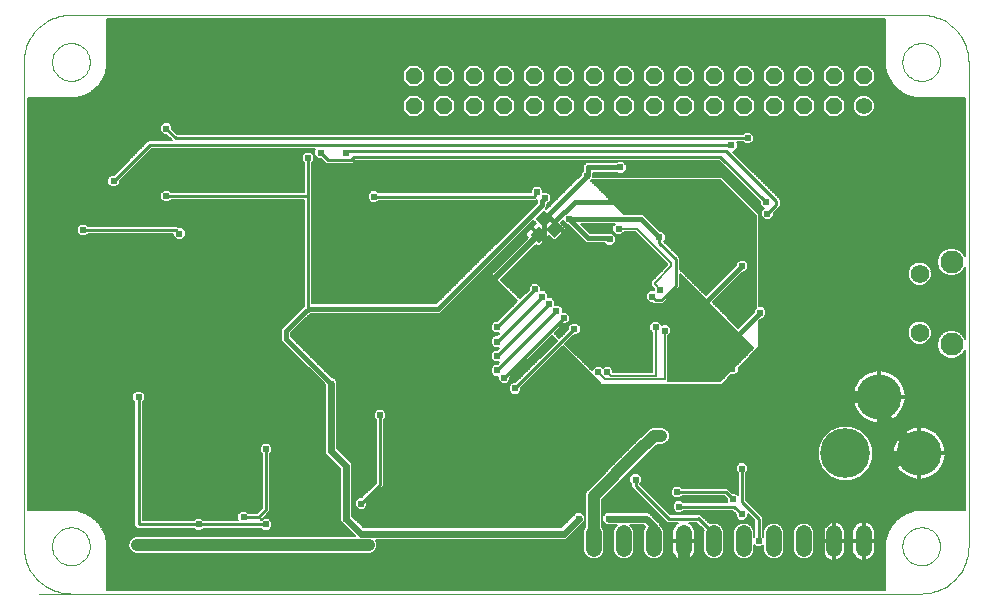
<source format=gbl>
G75*
G70*
%OFA0B0*%
%FSLAX24Y24*%
%IPPOS*%
%LPD*%
%AMOC8*
5,1,8,0,0,1.08239X$1,22.5*
%
%ADD10C,0.0000*%
%ADD11C,0.1660*%
%ADD12C,0.1502*%
%ADD13C,0.0560*%
%ADD14OC8,0.0560*%
%ADD15C,0.0520*%
%ADD16R,0.0400X0.0400*%
%ADD17C,0.0768*%
%ADD18C,0.0620*%
%ADD19C,0.0238*%
%ADD20C,0.0060*%
%ADD21C,0.0120*%
%ADD22C,0.0240*%
%ADD23C,0.0400*%
%ADD24C,0.0350*%
%ADD25C,0.0160*%
%ADD26C,0.0100*%
D10*
X020305Y019017D02*
X048336Y019017D01*
X049726Y019017D02*
X021380Y019017D01*
X020750Y020592D02*
X020752Y020642D01*
X020758Y020692D01*
X020768Y020741D01*
X020782Y020789D01*
X020799Y020836D01*
X020820Y020881D01*
X020845Y020925D01*
X020873Y020966D01*
X020905Y021005D01*
X020939Y021042D01*
X020976Y021076D01*
X021016Y021106D01*
X021058Y021133D01*
X021102Y021157D01*
X021148Y021178D01*
X021195Y021194D01*
X021243Y021207D01*
X021293Y021216D01*
X021342Y021221D01*
X021393Y021222D01*
X021443Y021219D01*
X021492Y021212D01*
X021541Y021201D01*
X021589Y021186D01*
X021635Y021168D01*
X021680Y021146D01*
X021723Y021120D01*
X021764Y021091D01*
X021803Y021059D01*
X021839Y021024D01*
X021871Y020986D01*
X021901Y020946D01*
X021928Y020903D01*
X021951Y020859D01*
X021970Y020813D01*
X021986Y020765D01*
X021998Y020716D01*
X022006Y020667D01*
X022010Y020617D01*
X022010Y020567D01*
X022006Y020517D01*
X021998Y020468D01*
X021986Y020419D01*
X021970Y020371D01*
X021951Y020325D01*
X021928Y020281D01*
X021901Y020238D01*
X021871Y020198D01*
X021839Y020160D01*
X021803Y020125D01*
X021764Y020093D01*
X021723Y020064D01*
X021680Y020038D01*
X021635Y020016D01*
X021589Y019998D01*
X021541Y019983D01*
X021492Y019972D01*
X021443Y019965D01*
X021393Y019962D01*
X021342Y019963D01*
X021293Y019968D01*
X021243Y019977D01*
X021195Y019990D01*
X021148Y020006D01*
X021102Y020027D01*
X021058Y020051D01*
X021016Y020078D01*
X020976Y020108D01*
X020939Y020142D01*
X020905Y020179D01*
X020873Y020218D01*
X020845Y020259D01*
X020820Y020303D01*
X020799Y020348D01*
X020782Y020395D01*
X020768Y020443D01*
X020758Y020492D01*
X020752Y020542D01*
X020750Y020592D01*
X019805Y020592D02*
X019807Y020515D01*
X019813Y020438D01*
X019822Y020361D01*
X019835Y020285D01*
X019852Y020209D01*
X019873Y020135D01*
X019897Y020061D01*
X019925Y019989D01*
X019956Y019919D01*
X019991Y019850D01*
X020029Y019782D01*
X020070Y019717D01*
X020115Y019654D01*
X020163Y019593D01*
X020213Y019534D01*
X020266Y019478D01*
X020322Y019425D01*
X020381Y019375D01*
X020442Y019327D01*
X020505Y019282D01*
X020570Y019241D01*
X020638Y019203D01*
X020707Y019168D01*
X020777Y019137D01*
X020849Y019109D01*
X020923Y019085D01*
X020997Y019064D01*
X021073Y019047D01*
X021149Y019034D01*
X021226Y019025D01*
X021303Y019019D01*
X021380Y019017D01*
X019805Y020592D02*
X019805Y036734D01*
X020750Y036734D02*
X020752Y036784D01*
X020758Y036834D01*
X020768Y036883D01*
X020782Y036931D01*
X020799Y036978D01*
X020820Y037023D01*
X020845Y037067D01*
X020873Y037108D01*
X020905Y037147D01*
X020939Y037184D01*
X020976Y037218D01*
X021016Y037248D01*
X021058Y037275D01*
X021102Y037299D01*
X021148Y037320D01*
X021195Y037336D01*
X021243Y037349D01*
X021293Y037358D01*
X021342Y037363D01*
X021393Y037364D01*
X021443Y037361D01*
X021492Y037354D01*
X021541Y037343D01*
X021589Y037328D01*
X021635Y037310D01*
X021680Y037288D01*
X021723Y037262D01*
X021764Y037233D01*
X021803Y037201D01*
X021839Y037166D01*
X021871Y037128D01*
X021901Y037088D01*
X021928Y037045D01*
X021951Y037001D01*
X021970Y036955D01*
X021986Y036907D01*
X021998Y036858D01*
X022006Y036809D01*
X022010Y036759D01*
X022010Y036709D01*
X022006Y036659D01*
X021998Y036610D01*
X021986Y036561D01*
X021970Y036513D01*
X021951Y036467D01*
X021928Y036423D01*
X021901Y036380D01*
X021871Y036340D01*
X021839Y036302D01*
X021803Y036267D01*
X021764Y036235D01*
X021723Y036206D01*
X021680Y036180D01*
X021635Y036158D01*
X021589Y036140D01*
X021541Y036125D01*
X021492Y036114D01*
X021443Y036107D01*
X021393Y036104D01*
X021342Y036105D01*
X021293Y036110D01*
X021243Y036119D01*
X021195Y036132D01*
X021148Y036148D01*
X021102Y036169D01*
X021058Y036193D01*
X021016Y036220D01*
X020976Y036250D01*
X020939Y036284D01*
X020905Y036321D01*
X020873Y036360D01*
X020845Y036401D01*
X020820Y036445D01*
X020799Y036490D01*
X020782Y036537D01*
X020768Y036585D01*
X020758Y036634D01*
X020752Y036684D01*
X020750Y036734D01*
X019805Y036734D02*
X019807Y036811D01*
X019813Y036888D01*
X019822Y036965D01*
X019835Y037041D01*
X019852Y037117D01*
X019873Y037191D01*
X019897Y037265D01*
X019925Y037337D01*
X019956Y037407D01*
X019991Y037476D01*
X020029Y037544D01*
X020070Y037609D01*
X020115Y037672D01*
X020163Y037733D01*
X020213Y037792D01*
X020266Y037848D01*
X020322Y037901D01*
X020381Y037951D01*
X020442Y037999D01*
X020505Y038044D01*
X020570Y038085D01*
X020638Y038123D01*
X020707Y038158D01*
X020777Y038189D01*
X020849Y038217D01*
X020923Y038241D01*
X020997Y038262D01*
X021073Y038279D01*
X021149Y038292D01*
X021226Y038301D01*
X021303Y038307D01*
X021380Y038309D01*
X049726Y038309D01*
X049096Y036734D02*
X049098Y036784D01*
X049104Y036834D01*
X049114Y036883D01*
X049128Y036931D01*
X049145Y036978D01*
X049166Y037023D01*
X049191Y037067D01*
X049219Y037108D01*
X049251Y037147D01*
X049285Y037184D01*
X049322Y037218D01*
X049362Y037248D01*
X049404Y037275D01*
X049448Y037299D01*
X049494Y037320D01*
X049541Y037336D01*
X049589Y037349D01*
X049639Y037358D01*
X049688Y037363D01*
X049739Y037364D01*
X049789Y037361D01*
X049838Y037354D01*
X049887Y037343D01*
X049935Y037328D01*
X049981Y037310D01*
X050026Y037288D01*
X050069Y037262D01*
X050110Y037233D01*
X050149Y037201D01*
X050185Y037166D01*
X050217Y037128D01*
X050247Y037088D01*
X050274Y037045D01*
X050297Y037001D01*
X050316Y036955D01*
X050332Y036907D01*
X050344Y036858D01*
X050352Y036809D01*
X050356Y036759D01*
X050356Y036709D01*
X050352Y036659D01*
X050344Y036610D01*
X050332Y036561D01*
X050316Y036513D01*
X050297Y036467D01*
X050274Y036423D01*
X050247Y036380D01*
X050217Y036340D01*
X050185Y036302D01*
X050149Y036267D01*
X050110Y036235D01*
X050069Y036206D01*
X050026Y036180D01*
X049981Y036158D01*
X049935Y036140D01*
X049887Y036125D01*
X049838Y036114D01*
X049789Y036107D01*
X049739Y036104D01*
X049688Y036105D01*
X049639Y036110D01*
X049589Y036119D01*
X049541Y036132D01*
X049494Y036148D01*
X049448Y036169D01*
X049404Y036193D01*
X049362Y036220D01*
X049322Y036250D01*
X049285Y036284D01*
X049251Y036321D01*
X049219Y036360D01*
X049191Y036401D01*
X049166Y036445D01*
X049145Y036490D01*
X049128Y036537D01*
X049114Y036585D01*
X049104Y036634D01*
X049098Y036684D01*
X049096Y036734D01*
X049726Y038309D02*
X049803Y038307D01*
X049880Y038301D01*
X049957Y038292D01*
X050033Y038279D01*
X050109Y038262D01*
X050183Y038241D01*
X050257Y038217D01*
X050329Y038189D01*
X050399Y038158D01*
X050468Y038123D01*
X050536Y038085D01*
X050601Y038044D01*
X050664Y037999D01*
X050725Y037951D01*
X050784Y037901D01*
X050840Y037848D01*
X050893Y037792D01*
X050943Y037733D01*
X050991Y037672D01*
X051036Y037609D01*
X051077Y037544D01*
X051115Y037476D01*
X051150Y037407D01*
X051181Y037337D01*
X051209Y037265D01*
X051233Y037191D01*
X051254Y037117D01*
X051271Y037041D01*
X051284Y036965D01*
X051293Y036888D01*
X051299Y036811D01*
X051301Y036734D01*
X051301Y020592D01*
X049096Y020592D02*
X049098Y020642D01*
X049104Y020692D01*
X049114Y020741D01*
X049128Y020789D01*
X049145Y020836D01*
X049166Y020881D01*
X049191Y020925D01*
X049219Y020966D01*
X049251Y021005D01*
X049285Y021042D01*
X049322Y021076D01*
X049362Y021106D01*
X049404Y021133D01*
X049448Y021157D01*
X049494Y021178D01*
X049541Y021194D01*
X049589Y021207D01*
X049639Y021216D01*
X049688Y021221D01*
X049739Y021222D01*
X049789Y021219D01*
X049838Y021212D01*
X049887Y021201D01*
X049935Y021186D01*
X049981Y021168D01*
X050026Y021146D01*
X050069Y021120D01*
X050110Y021091D01*
X050149Y021059D01*
X050185Y021024D01*
X050217Y020986D01*
X050247Y020946D01*
X050274Y020903D01*
X050297Y020859D01*
X050316Y020813D01*
X050332Y020765D01*
X050344Y020716D01*
X050352Y020667D01*
X050356Y020617D01*
X050356Y020567D01*
X050352Y020517D01*
X050344Y020468D01*
X050332Y020419D01*
X050316Y020371D01*
X050297Y020325D01*
X050274Y020281D01*
X050247Y020238D01*
X050217Y020198D01*
X050185Y020160D01*
X050149Y020125D01*
X050110Y020093D01*
X050069Y020064D01*
X050026Y020038D01*
X049981Y020016D01*
X049935Y019998D01*
X049887Y019983D01*
X049838Y019972D01*
X049789Y019965D01*
X049739Y019962D01*
X049688Y019963D01*
X049639Y019968D01*
X049589Y019977D01*
X049541Y019990D01*
X049494Y020006D01*
X049448Y020027D01*
X049404Y020051D01*
X049362Y020078D01*
X049322Y020108D01*
X049285Y020142D01*
X049251Y020179D01*
X049219Y020218D01*
X049191Y020259D01*
X049166Y020303D01*
X049145Y020348D01*
X049128Y020395D01*
X049114Y020443D01*
X049104Y020492D01*
X049098Y020542D01*
X049096Y020592D01*
X049726Y019017D02*
X049803Y019019D01*
X049880Y019025D01*
X049957Y019034D01*
X050033Y019047D01*
X050109Y019064D01*
X050183Y019085D01*
X050257Y019109D01*
X050329Y019137D01*
X050399Y019168D01*
X050468Y019203D01*
X050536Y019241D01*
X050601Y019282D01*
X050664Y019327D01*
X050725Y019375D01*
X050784Y019425D01*
X050840Y019478D01*
X050893Y019534D01*
X050943Y019593D01*
X050991Y019654D01*
X051036Y019717D01*
X051077Y019782D01*
X051115Y019850D01*
X051150Y019919D01*
X051181Y019989D01*
X051209Y020061D01*
X051233Y020135D01*
X051254Y020209D01*
X051271Y020285D01*
X051284Y020361D01*
X051293Y020438D01*
X051299Y020515D01*
X051301Y020592D01*
D11*
X047200Y023691D03*
D12*
X048322Y025580D03*
X049661Y023691D03*
D13*
X047805Y035267D03*
D14*
X047805Y036267D03*
X046805Y036267D03*
X046805Y035267D03*
X045805Y035267D03*
X044805Y035267D03*
X044805Y036267D03*
X045805Y036267D03*
X043805Y036267D03*
X043805Y035267D03*
X042805Y035267D03*
X042805Y036267D03*
X041805Y036267D03*
X041805Y035267D03*
X040805Y035267D03*
X040805Y036267D03*
X039805Y036267D03*
X039805Y035267D03*
X038805Y035267D03*
X037805Y035267D03*
X037805Y036267D03*
X038805Y036267D03*
X036805Y036267D03*
X036805Y035267D03*
X035805Y035267D03*
X035805Y036267D03*
X034805Y036267D03*
X034805Y035267D03*
X033805Y035267D03*
X032805Y035267D03*
X032805Y036267D03*
X033805Y036267D03*
D15*
X038805Y021027D02*
X038805Y020507D01*
X039805Y020507D02*
X039805Y021027D01*
X040805Y021027D02*
X040805Y020507D01*
X041805Y020507D02*
X041805Y021027D01*
X042805Y021027D02*
X042805Y020507D01*
X043805Y020507D02*
X043805Y021027D01*
X044805Y021027D02*
X044805Y020507D01*
X045805Y020507D02*
X045805Y021027D01*
X046805Y021027D02*
X046805Y020507D01*
X047805Y020507D02*
X047805Y021027D01*
D16*
G36*
X037216Y031159D02*
X037498Y031441D01*
X037780Y031159D01*
X037498Y030877D01*
X037216Y031159D01*
G37*
G36*
X036686Y030982D02*
X036968Y031264D01*
X037250Y030982D01*
X036968Y030700D01*
X036686Y030982D01*
G37*
G36*
X036863Y031512D02*
X037145Y031794D01*
X037427Y031512D01*
X037145Y031230D01*
X036863Y031512D01*
G37*
D17*
X050735Y030075D03*
X050735Y027319D03*
D18*
X049672Y027713D03*
X049672Y029682D03*
D19*
X044596Y031677D03*
X044548Y032069D03*
X042638Y032078D03*
X040996Y030897D03*
X039883Y030041D03*
X039338Y030818D03*
X039638Y031178D03*
X037988Y031509D03*
X037178Y032198D03*
X036916Y032397D03*
X038583Y032950D03*
X039698Y033218D03*
X036938Y030398D03*
X036845Y029157D03*
X037085Y028917D03*
X037325Y028677D03*
X037565Y028437D03*
X037805Y028197D03*
X038165Y027837D03*
X039238Y029094D03*
X040756Y028917D03*
X041018Y029138D03*
X040876Y027897D03*
X041176Y027777D03*
X039698Y026798D03*
X039256Y026397D03*
X038956Y026397D03*
X041055Y024267D03*
X040205Y022817D03*
X041585Y022397D03*
X041645Y021917D03*
X043305Y021277D03*
X043745Y021657D03*
X043445Y022157D03*
X043745Y023177D03*
X044305Y020767D03*
X039305Y021517D03*
X038305Y021517D03*
X036185Y025857D03*
X035825Y026217D03*
X035585Y026457D03*
X035585Y026937D03*
X035585Y027417D03*
X035585Y027897D03*
X031685Y024957D03*
X030055Y026017D03*
X029078Y027594D03*
X027885Y023820D03*
X029585Y022987D03*
X030555Y021517D03*
X031055Y022017D03*
X031305Y020637D03*
X027885Y021320D03*
X027135Y021570D03*
X025635Y021320D03*
X023585Y020637D03*
X027885Y019820D03*
X023635Y025570D03*
X024065Y029277D03*
X024995Y031017D03*
X024555Y032267D03*
X022805Y032767D03*
X021785Y031137D03*
X024555Y034517D03*
X025505Y035457D03*
X029285Y033537D03*
X029705Y033717D03*
X030545Y033717D03*
X031480Y032249D03*
X030094Y035697D03*
X043396Y033957D03*
X043936Y034197D03*
X043756Y029937D03*
X044356Y028377D03*
X043427Y026498D03*
D20*
X043434Y026505D02*
X041296Y026505D01*
X041296Y026447D02*
X043376Y026447D01*
X043317Y026388D02*
X041296Y026388D01*
X041296Y026330D02*
X043259Y026330D01*
X043200Y026271D02*
X041296Y026271D01*
X041296Y026213D02*
X043142Y026213D01*
X043083Y026154D02*
X041296Y026154D01*
X041296Y026108D02*
X041296Y027602D01*
X041385Y027691D01*
X041385Y027864D01*
X041263Y027986D01*
X041090Y027986D01*
X041085Y027982D01*
X041085Y027984D01*
X040963Y028106D01*
X040790Y028106D01*
X040667Y027984D01*
X040667Y027811D01*
X040756Y027722D01*
X040756Y026397D01*
X039465Y026397D01*
X039465Y026484D01*
X039343Y026606D01*
X039170Y026606D01*
X039106Y026543D01*
X039043Y026606D01*
X038870Y026606D01*
X038747Y026484D01*
X038747Y026453D01*
X037863Y027337D01*
X038154Y027628D01*
X038251Y027628D01*
X038374Y027751D01*
X038374Y027924D01*
X038251Y028046D01*
X038078Y028046D01*
X037956Y027924D01*
X037956Y027826D01*
X037665Y027535D01*
X037503Y027697D01*
X037794Y027988D01*
X037891Y027988D01*
X038014Y028111D01*
X038014Y028284D01*
X037891Y028406D01*
X037774Y028406D01*
X037774Y028524D01*
X037651Y028646D01*
X037534Y028646D01*
X037534Y028764D01*
X037411Y028886D01*
X037294Y028886D01*
X037294Y029004D01*
X037171Y029126D01*
X037054Y029126D01*
X037054Y029244D01*
X036931Y029366D01*
X036758Y029366D01*
X036636Y029244D01*
X036636Y029146D01*
X036345Y028855D01*
X035722Y029478D01*
X036892Y030648D01*
X036931Y030609D01*
X037005Y030609D01*
X037322Y030925D01*
X037461Y030786D01*
X037536Y030786D01*
X037871Y031121D01*
X037871Y031196D01*
X037704Y031363D01*
X037779Y031439D01*
X037779Y031422D01*
X037901Y031300D01*
X037957Y031300D01*
X038448Y030808D01*
X038548Y030708D01*
X039153Y030708D01*
X039252Y030609D01*
X039425Y030609D01*
X039547Y030732D01*
X039547Y030905D01*
X039425Y031027D01*
X039370Y031027D01*
X039349Y031048D01*
X038689Y031048D01*
X038398Y031339D01*
X039503Y031339D01*
X039429Y031265D01*
X039429Y031092D01*
X039552Y030969D01*
X039725Y030969D01*
X039814Y031058D01*
X040189Y031058D01*
X041258Y029989D01*
X041258Y029968D01*
X040789Y029498D01*
X040718Y029428D01*
X040718Y029269D01*
X040809Y029178D01*
X040809Y029126D01*
X040670Y029126D01*
X040547Y029004D01*
X040547Y028831D01*
X040670Y028708D01*
X040767Y028708D01*
X040818Y028657D01*
X041114Y028657D01*
X041316Y028859D01*
X041316Y028859D01*
X041594Y029137D01*
X041676Y029219D01*
X041676Y029653D01*
X044094Y027235D01*
X044129Y027200D01*
X043033Y026104D01*
X041293Y026104D01*
X041296Y026108D01*
X041176Y026157D02*
X041176Y027777D01*
X041176Y027717D01*
X041311Y027617D02*
X043713Y027617D01*
X043771Y027558D02*
X041296Y027558D01*
X041296Y027500D02*
X043830Y027500D01*
X043888Y027441D02*
X041296Y027441D01*
X041296Y027383D02*
X043947Y027383D01*
X044005Y027324D02*
X041296Y027324D01*
X041296Y027266D02*
X044064Y027266D01*
X044122Y027207D02*
X041296Y027207D01*
X041296Y027149D02*
X044078Y027149D01*
X044019Y027090D02*
X041296Y027090D01*
X041296Y027032D02*
X043961Y027032D01*
X043902Y026973D02*
X041296Y026973D01*
X041296Y026915D02*
X043844Y026915D01*
X043785Y026856D02*
X041296Y026856D01*
X041296Y026798D02*
X043727Y026798D01*
X043668Y026739D02*
X041296Y026739D01*
X041296Y026681D02*
X043610Y026681D01*
X043551Y026622D02*
X041296Y026622D01*
X041296Y026564D02*
X043493Y026564D01*
X043636Y026537D02*
X044264Y027165D01*
X044334Y027235D01*
X044334Y028115D01*
X044388Y028168D01*
X044443Y028168D01*
X044565Y028291D01*
X044565Y028464D01*
X044443Y028586D01*
X044334Y028586D01*
X044334Y031665D01*
X043153Y032847D01*
X043083Y032917D01*
X038792Y032917D01*
X038792Y033037D01*
X038781Y033048D01*
X038781Y033048D01*
X039573Y033048D01*
X039612Y033009D01*
X039785Y033009D01*
X039907Y033132D01*
X039907Y033305D01*
X039785Y033427D01*
X039612Y033427D01*
X039573Y033388D01*
X038541Y033388D01*
X038441Y033289D01*
X038441Y033104D01*
X038374Y033037D01*
X038374Y032982D01*
X038199Y032807D01*
X037230Y031837D01*
X037207Y031860D01*
X037255Y031907D01*
X037255Y031989D01*
X037265Y031989D01*
X037387Y032112D01*
X037387Y032285D01*
X037265Y032407D01*
X037125Y032407D01*
X037125Y032484D01*
X037003Y032606D01*
X036830Y032606D01*
X036707Y032484D01*
X036707Y032389D01*
X031636Y032389D01*
X031567Y032459D01*
X031394Y032459D01*
X031271Y032336D01*
X031271Y032163D01*
X031394Y032040D01*
X031567Y032040D01*
X031636Y032109D01*
X036790Y032109D01*
X036807Y032099D01*
X036846Y032109D01*
X036886Y032109D01*
X036900Y032123D01*
X036915Y032127D01*
X036915Y032048D01*
X033554Y028687D01*
X029425Y028687D01*
X029425Y033382D01*
X029494Y033451D01*
X029494Y033624D01*
X029371Y033746D01*
X029198Y033746D01*
X029076Y033624D01*
X029076Y033451D01*
X029145Y033382D01*
X029145Y032407D01*
X024710Y032407D01*
X024641Y032476D01*
X024468Y032476D01*
X024346Y032354D01*
X024346Y032181D01*
X024468Y032058D01*
X024641Y032058D01*
X024710Y032127D01*
X029145Y032127D01*
X029145Y028598D01*
X029135Y028588D01*
X029010Y028463D01*
X028385Y027838D01*
X028385Y027447D01*
X028484Y027347D01*
X029845Y025987D01*
X029845Y023680D01*
X030345Y023180D01*
X030345Y021430D01*
X030845Y020930D01*
X030848Y020927D01*
X023527Y020927D01*
X023420Y020883D01*
X023339Y020802D01*
X023295Y020695D01*
X023295Y020580D01*
X023339Y020473D01*
X023420Y020391D01*
X023527Y020347D01*
X031362Y020347D01*
X031469Y020391D01*
X031551Y020473D01*
X031595Y020580D01*
X031595Y020695D01*
X031551Y020802D01*
X031545Y020807D01*
X037892Y020807D01*
X038515Y021430D01*
X038515Y021604D01*
X038392Y021727D01*
X038218Y021727D01*
X037718Y021227D01*
X031142Y021227D01*
X030765Y021604D01*
X030765Y023354D01*
X030265Y023854D01*
X030265Y026104D01*
X030142Y026227D01*
X030085Y026227D01*
X028725Y027588D01*
X028725Y027697D01*
X029250Y028222D01*
X029375Y028347D01*
X033695Y028347D01*
X036797Y031450D01*
X036883Y031364D01*
X036756Y031236D01*
X036864Y031128D01*
X036822Y031086D01*
X036714Y031194D01*
X036581Y031062D01*
X036564Y031032D01*
X036555Y030999D01*
X036555Y030965D01*
X036564Y030932D01*
X036581Y030902D01*
X036610Y030874D01*
X035503Y029767D01*
X035433Y029697D01*
X035433Y029598D01*
X036260Y028770D01*
X035596Y028106D01*
X035498Y028106D01*
X035376Y027984D01*
X035376Y027811D01*
X035498Y027688D01*
X035658Y027688D01*
X035596Y027626D01*
X035498Y027626D01*
X035376Y027504D01*
X035376Y027331D01*
X035498Y027208D01*
X035658Y027208D01*
X035596Y027146D01*
X035498Y027146D01*
X035376Y027024D01*
X035376Y026851D01*
X035498Y026728D01*
X035658Y026728D01*
X035596Y026666D01*
X035498Y026666D01*
X035376Y026544D01*
X035376Y026371D01*
X035498Y026248D01*
X035616Y026248D01*
X035616Y026131D01*
X035738Y026008D01*
X035911Y026008D01*
X036034Y026131D01*
X036034Y026228D01*
X037418Y027612D01*
X037580Y027450D01*
X036196Y026066D01*
X036098Y026066D01*
X035976Y025944D01*
X035976Y025771D01*
X036098Y025648D01*
X036271Y025648D01*
X036394Y025771D01*
X036394Y025868D01*
X037778Y027252D01*
X038976Y026054D01*
X039046Y025984D01*
X043083Y025984D01*
X043387Y026289D01*
X043513Y026289D01*
X043636Y026411D01*
X043636Y026537D01*
X043636Y026505D02*
X051171Y026505D01*
X051171Y026447D02*
X048491Y026447D01*
X048495Y026446D02*
X048380Y026461D01*
X048352Y026461D01*
X048352Y025610D01*
X048292Y025610D01*
X048292Y025550D01*
X047441Y025550D01*
X047441Y025523D01*
X047456Y025408D01*
X047486Y025296D01*
X047530Y025190D01*
X047588Y025090D01*
X047659Y024998D01*
X047740Y024916D01*
X047832Y024846D01*
X047932Y024788D01*
X048039Y024744D01*
X048150Y024714D01*
X048265Y024699D01*
X048292Y024699D01*
X048292Y025550D01*
X048352Y025550D01*
X048352Y024699D01*
X048380Y024699D01*
X048495Y024714D01*
X048606Y024744D01*
X048713Y024788D01*
X048813Y024846D01*
X048905Y024916D01*
X048986Y024998D01*
X049057Y025090D01*
X049114Y025190D01*
X049159Y025296D01*
X049189Y025408D01*
X049204Y025523D01*
X049204Y025550D01*
X048352Y025550D01*
X048352Y025610D01*
X049204Y025610D01*
X049204Y025638D01*
X049189Y025753D01*
X049159Y025864D01*
X049114Y025971D01*
X049057Y026071D01*
X048986Y026163D01*
X048905Y026244D01*
X048813Y026315D01*
X048713Y026372D01*
X048606Y026417D01*
X048495Y026446D01*
X048352Y026447D02*
X048292Y026447D01*
X048292Y026461D02*
X048265Y026461D01*
X048150Y026446D01*
X048039Y026417D01*
X047932Y026372D01*
X047832Y026315D01*
X047740Y026244D01*
X047659Y026163D01*
X047588Y026071D01*
X047530Y025971D01*
X047486Y025864D01*
X047456Y025753D01*
X047441Y025638D01*
X047441Y025610D01*
X048292Y025610D01*
X048292Y026461D01*
X048292Y026388D02*
X048352Y026388D01*
X048352Y026330D02*
X048292Y026330D01*
X048292Y026271D02*
X048352Y026271D01*
X048352Y026213D02*
X048292Y026213D01*
X048292Y026154D02*
X048352Y026154D01*
X048352Y026096D02*
X048292Y026096D01*
X048292Y026037D02*
X048352Y026037D01*
X048352Y025979D02*
X048292Y025979D01*
X048292Y025920D02*
X048352Y025920D01*
X048352Y025862D02*
X048292Y025862D01*
X048292Y025803D02*
X048352Y025803D01*
X048352Y025745D02*
X048292Y025745D01*
X048292Y025686D02*
X048352Y025686D01*
X048352Y025628D02*
X048292Y025628D01*
X048292Y025569D02*
X030265Y025569D01*
X030265Y025511D02*
X047443Y025511D01*
X047451Y025452D02*
X030265Y025452D01*
X030265Y025394D02*
X047460Y025394D01*
X047476Y025335D02*
X030265Y025335D01*
X030265Y025277D02*
X047494Y025277D01*
X047519Y025218D02*
X030265Y025218D01*
X030265Y025160D02*
X031592Y025160D01*
X031598Y025166D02*
X031476Y025044D01*
X031476Y024871D01*
X031545Y024802D01*
X031545Y022705D01*
X031066Y022226D01*
X030968Y022226D01*
X030846Y022104D01*
X030846Y021931D01*
X030968Y021808D01*
X031141Y021808D01*
X031264Y021931D01*
X031264Y022028D01*
X031825Y022589D01*
X031825Y024802D01*
X031894Y024871D01*
X031894Y025044D01*
X031771Y025166D01*
X031598Y025166D01*
X031533Y025101D02*
X030265Y025101D01*
X030265Y025043D02*
X031476Y025043D01*
X031476Y024984D02*
X030265Y024984D01*
X030265Y024926D02*
X031476Y024926D01*
X031479Y024867D02*
X030265Y024867D01*
X030265Y024809D02*
X031538Y024809D01*
X031545Y024750D02*
X030265Y024750D01*
X030265Y024692D02*
X031545Y024692D01*
X031545Y024633D02*
X030265Y024633D01*
X030265Y024575D02*
X031545Y024575D01*
X031545Y024516D02*
X030265Y024516D01*
X030265Y024458D02*
X031545Y024458D01*
X031545Y024399D02*
X030265Y024399D01*
X030265Y024341D02*
X031545Y024341D01*
X031545Y024282D02*
X030265Y024282D01*
X030265Y024224D02*
X031545Y024224D01*
X031545Y024165D02*
X030265Y024165D01*
X030265Y024107D02*
X031545Y024107D01*
X031545Y024048D02*
X030265Y024048D01*
X030265Y023990D02*
X031545Y023990D01*
X031545Y023931D02*
X030265Y023931D01*
X030265Y023873D02*
X031545Y023873D01*
X031545Y023814D02*
X030305Y023814D01*
X030363Y023756D02*
X031545Y023756D01*
X031545Y023697D02*
X030422Y023697D01*
X030480Y023639D02*
X031545Y023639D01*
X031545Y023580D02*
X030539Y023580D01*
X030597Y023522D02*
X031545Y023522D01*
X031545Y023463D02*
X030656Y023463D01*
X030714Y023405D02*
X031545Y023405D01*
X031545Y023346D02*
X030765Y023346D01*
X030765Y023288D02*
X031545Y023288D01*
X031545Y023229D02*
X030765Y023229D01*
X030765Y023171D02*
X031545Y023171D01*
X031545Y023112D02*
X030765Y023112D01*
X030765Y023054D02*
X031545Y023054D01*
X031545Y022995D02*
X030765Y022995D01*
X030765Y022937D02*
X031545Y022937D01*
X031545Y022878D02*
X030765Y022878D01*
X030765Y022820D02*
X031545Y022820D01*
X031545Y022761D02*
X030765Y022761D01*
X030765Y022703D02*
X031542Y022703D01*
X031484Y022644D02*
X030765Y022644D01*
X030765Y022586D02*
X031425Y022586D01*
X031367Y022527D02*
X030765Y022527D01*
X030765Y022469D02*
X031308Y022469D01*
X031250Y022410D02*
X030765Y022410D01*
X030765Y022352D02*
X031191Y022352D01*
X031133Y022293D02*
X030765Y022293D01*
X030765Y022235D02*
X031074Y022235D01*
X030918Y022176D02*
X030765Y022176D01*
X030765Y022118D02*
X030860Y022118D01*
X030846Y022059D02*
X030765Y022059D01*
X030765Y022001D02*
X030846Y022001D01*
X030846Y021942D02*
X030765Y021942D01*
X030765Y021884D02*
X030893Y021884D01*
X030951Y021825D02*
X030765Y021825D01*
X030765Y021767D02*
X038515Y021767D01*
X038515Y021825D02*
X031158Y021825D01*
X031217Y021884D02*
X038515Y021884D01*
X038515Y021942D02*
X031264Y021942D01*
X031264Y022001D02*
X038515Y022001D01*
X038515Y022059D02*
X031295Y022059D01*
X031353Y022118D02*
X038515Y022118D01*
X038515Y022176D02*
X031412Y022176D01*
X031470Y022235D02*
X038515Y022235D01*
X038515Y022293D02*
X031529Y022293D01*
X031587Y022352D02*
X038526Y022352D01*
X038515Y022325D02*
X038515Y021232D01*
X038508Y021226D01*
X038455Y021097D01*
X038455Y020438D01*
X038508Y020309D01*
X038606Y020211D01*
X038735Y020157D01*
X038874Y020157D01*
X039003Y020211D01*
X039101Y020309D01*
X039155Y020438D01*
X039155Y021097D01*
X039101Y021226D01*
X039095Y021232D01*
X039095Y022147D01*
X040392Y023445D01*
X040925Y023977D01*
X041112Y023977D01*
X041219Y024021D01*
X041301Y024103D01*
X041345Y024210D01*
X041345Y024325D01*
X041301Y024432D01*
X041219Y024513D01*
X041112Y024557D01*
X040747Y024557D01*
X040640Y024513D01*
X039982Y023855D01*
X038640Y022513D01*
X038559Y022432D01*
X038515Y022325D01*
X038550Y022410D02*
X031646Y022410D01*
X031704Y022469D02*
X038596Y022469D01*
X038655Y022527D02*
X031763Y022527D01*
X031821Y022586D02*
X038713Y022586D01*
X038772Y022644D02*
X031825Y022644D01*
X031825Y022703D02*
X038830Y022703D01*
X038889Y022761D02*
X031825Y022761D01*
X031825Y022820D02*
X038947Y022820D01*
X039006Y022878D02*
X031825Y022878D01*
X031825Y022937D02*
X039064Y022937D01*
X039123Y022995D02*
X031825Y022995D01*
X031825Y023054D02*
X039181Y023054D01*
X039240Y023112D02*
X031825Y023112D01*
X031825Y023171D02*
X039298Y023171D01*
X039357Y023229D02*
X031825Y023229D01*
X031825Y023288D02*
X039415Y023288D01*
X039474Y023346D02*
X031825Y023346D01*
X031825Y023405D02*
X039532Y023405D01*
X039591Y023463D02*
X031825Y023463D01*
X031825Y023522D02*
X039649Y023522D01*
X039708Y023580D02*
X031825Y023580D01*
X031825Y023639D02*
X039766Y023639D01*
X039825Y023697D02*
X031825Y023697D01*
X031825Y023756D02*
X039883Y023756D01*
X039942Y023814D02*
X031825Y023814D01*
X031825Y023873D02*
X040000Y023873D01*
X040059Y023931D02*
X031825Y023931D01*
X031825Y023990D02*
X040117Y023990D01*
X040176Y024048D02*
X031825Y024048D01*
X031825Y024107D02*
X040234Y024107D01*
X040293Y024165D02*
X031825Y024165D01*
X031825Y024224D02*
X040351Y024224D01*
X040410Y024282D02*
X031825Y024282D01*
X031825Y024341D02*
X040468Y024341D01*
X040527Y024399D02*
X031825Y024399D01*
X031825Y024458D02*
X040585Y024458D01*
X040648Y024516D02*
X031825Y024516D01*
X031825Y024575D02*
X046931Y024575D01*
X047017Y024610D02*
X046679Y024470D01*
X046421Y024212D01*
X046280Y023874D01*
X046280Y023508D01*
X046421Y023169D01*
X046679Y022911D01*
X047017Y022771D01*
X047383Y022771D01*
X047721Y022911D01*
X047980Y023169D01*
X048120Y023508D01*
X048120Y023874D01*
X047980Y024212D01*
X047721Y024470D01*
X047383Y024610D01*
X047017Y024610D01*
X046790Y024516D02*
X041211Y024516D01*
X041274Y024458D02*
X046667Y024458D01*
X046608Y024399D02*
X041314Y024399D01*
X041338Y024341D02*
X046550Y024341D01*
X046491Y024282D02*
X041345Y024282D01*
X041345Y024224D02*
X046433Y024224D01*
X046401Y024165D02*
X041326Y024165D01*
X041302Y024107D02*
X046377Y024107D01*
X046353Y024048D02*
X041246Y024048D01*
X041143Y023990D02*
X046329Y023990D01*
X046304Y023931D02*
X040879Y023931D01*
X040820Y023873D02*
X046280Y023873D01*
X046280Y023814D02*
X040762Y023814D01*
X040703Y023756D02*
X046280Y023756D01*
X046280Y023697D02*
X040645Y023697D01*
X040586Y023639D02*
X046280Y023639D01*
X046280Y023580D02*
X040528Y023580D01*
X040469Y023522D02*
X046280Y023522D01*
X046299Y023463D02*
X040411Y023463D01*
X040352Y023405D02*
X046323Y023405D01*
X046347Y023346D02*
X043871Y023346D01*
X043831Y023386D02*
X043658Y023386D01*
X043536Y023264D01*
X043536Y023091D01*
X043605Y023022D01*
X043605Y022293D01*
X043531Y022366D01*
X043434Y022366D01*
X043263Y022537D01*
X041740Y022537D01*
X041671Y022606D01*
X041498Y022606D01*
X041376Y022484D01*
X041376Y022311D01*
X041498Y022188D01*
X041671Y022188D01*
X041740Y022257D01*
X043147Y022257D01*
X043236Y022168D01*
X043236Y022071D01*
X043249Y022057D01*
X041800Y022057D01*
X041731Y022126D01*
X041558Y022126D01*
X041436Y022004D01*
X041436Y021831D01*
X041558Y021708D01*
X041731Y021708D01*
X041800Y021777D01*
X043427Y021777D01*
X043536Y021668D01*
X043536Y021571D01*
X043658Y021448D01*
X043831Y021448D01*
X043954Y021571D01*
X043954Y021670D01*
X044165Y021459D01*
X044165Y020923D01*
X044155Y020913D01*
X044155Y021097D01*
X044101Y021226D01*
X044003Y021324D01*
X043874Y021377D01*
X043735Y021377D01*
X043606Y021324D01*
X043508Y021226D01*
X043455Y021097D01*
X043455Y020438D01*
X043508Y020309D01*
X043606Y020211D01*
X043735Y020157D01*
X043874Y020157D01*
X044003Y020211D01*
X044101Y020309D01*
X044155Y020438D01*
X044155Y020622D01*
X044218Y020558D01*
X044391Y020558D01*
X044455Y020622D01*
X044455Y020438D01*
X044508Y020309D01*
X044606Y020211D01*
X044735Y020157D01*
X044874Y020157D01*
X045003Y020211D01*
X045101Y020309D01*
X045155Y020438D01*
X045155Y021097D01*
X045101Y021226D01*
X045003Y021324D01*
X044874Y021377D01*
X044735Y021377D01*
X044606Y021324D01*
X044508Y021226D01*
X044455Y021097D01*
X044455Y020913D01*
X044445Y020923D01*
X044445Y021575D01*
X044363Y021657D01*
X043885Y022135D01*
X043885Y023022D01*
X043954Y023091D01*
X043954Y023264D01*
X043831Y023386D01*
X043930Y023288D02*
X046371Y023288D01*
X046396Y023229D02*
X043954Y023229D01*
X043954Y023171D02*
X046420Y023171D01*
X046478Y023112D02*
X043954Y023112D01*
X043917Y023054D02*
X046536Y023054D01*
X046595Y022995D02*
X043885Y022995D01*
X043885Y022937D02*
X046653Y022937D01*
X046757Y022878D02*
X043885Y022878D01*
X043885Y022820D02*
X046899Y022820D01*
X047502Y022820D02*
X049524Y022820D01*
X049489Y022824D02*
X049603Y022809D01*
X049631Y022809D01*
X049631Y023661D01*
X048780Y023661D01*
X048780Y023633D01*
X048795Y023518D01*
X048825Y023407D01*
X048869Y023300D01*
X048927Y023200D01*
X048997Y023108D01*
X049079Y023027D01*
X049170Y022956D01*
X049270Y022899D01*
X049377Y022854D01*
X049489Y022824D01*
X049631Y022820D02*
X049691Y022820D01*
X049691Y022809D02*
X049719Y022809D01*
X049833Y022824D01*
X049945Y022854D01*
X050052Y022899D01*
X050152Y022956D01*
X050243Y023027D01*
X050325Y023108D01*
X050395Y023200D01*
X050453Y023300D01*
X050497Y023407D01*
X050527Y023518D01*
X050542Y023633D01*
X050542Y023661D01*
X049691Y023661D01*
X049691Y023721D01*
X049631Y023721D01*
X049631Y024572D01*
X049603Y024572D01*
X049489Y024557D01*
X049377Y024527D01*
X049270Y024483D01*
X049170Y024425D01*
X049079Y024354D01*
X048997Y024273D01*
X048927Y024181D01*
X048869Y024081D01*
X048825Y023974D01*
X048795Y023863D01*
X048780Y023748D01*
X048780Y023721D01*
X049631Y023721D01*
X049631Y023661D01*
X049691Y023661D01*
X049691Y022809D01*
X049691Y022878D02*
X049631Y022878D01*
X049631Y022937D02*
X049691Y022937D01*
X049691Y022995D02*
X049631Y022995D01*
X049631Y023054D02*
X049691Y023054D01*
X049691Y023112D02*
X049631Y023112D01*
X049631Y023171D02*
X049691Y023171D01*
X049691Y023229D02*
X049631Y023229D01*
X049631Y023288D02*
X049691Y023288D01*
X049691Y023346D02*
X049631Y023346D01*
X049631Y023405D02*
X049691Y023405D01*
X049691Y023463D02*
X049631Y023463D01*
X049631Y023522D02*
X049691Y023522D01*
X049691Y023580D02*
X049631Y023580D01*
X049631Y023639D02*
X049691Y023639D01*
X049691Y023697D02*
X051171Y023697D01*
X051171Y023639D02*
X050542Y023639D01*
X050535Y023580D02*
X051171Y023580D01*
X051171Y023522D02*
X050528Y023522D01*
X050512Y023463D02*
X051171Y023463D01*
X051171Y023405D02*
X050496Y023405D01*
X050472Y023346D02*
X051171Y023346D01*
X051171Y023288D02*
X050446Y023288D01*
X050412Y023229D02*
X051171Y023229D01*
X051171Y023171D02*
X050373Y023171D01*
X050328Y023112D02*
X051171Y023112D01*
X051171Y023054D02*
X050270Y023054D01*
X050203Y022995D02*
X051171Y022995D01*
X051171Y022937D02*
X050118Y022937D01*
X050003Y022878D02*
X051171Y022878D01*
X051171Y022820D02*
X049798Y022820D01*
X049319Y022878D02*
X047643Y022878D01*
X047748Y022937D02*
X049204Y022937D01*
X049120Y022995D02*
X047806Y022995D01*
X047865Y023054D02*
X049052Y023054D01*
X048994Y023112D02*
X047923Y023112D01*
X047981Y023171D02*
X048949Y023171D01*
X048910Y023229D02*
X048005Y023229D01*
X048029Y023288D02*
X048876Y023288D01*
X048850Y023346D02*
X048054Y023346D01*
X048078Y023405D02*
X048826Y023405D01*
X048810Y023463D02*
X048102Y023463D01*
X048120Y023522D02*
X048794Y023522D01*
X048787Y023580D02*
X048120Y023580D01*
X048120Y023639D02*
X048780Y023639D01*
X048781Y023756D02*
X048120Y023756D01*
X048120Y023814D02*
X048789Y023814D01*
X048798Y023873D02*
X048120Y023873D01*
X048096Y023931D02*
X048813Y023931D01*
X048831Y023990D02*
X048072Y023990D01*
X048048Y024048D02*
X048855Y024048D01*
X048884Y024107D02*
X048024Y024107D01*
X047999Y024165D02*
X048918Y024165D01*
X048960Y024224D02*
X047968Y024224D01*
X047910Y024282D02*
X049007Y024282D01*
X049065Y024341D02*
X047851Y024341D01*
X047793Y024399D02*
X049137Y024399D01*
X049228Y024458D02*
X047734Y024458D01*
X047611Y024516D02*
X049352Y024516D01*
X049631Y024516D02*
X049691Y024516D01*
X049691Y024572D02*
X049691Y023721D01*
X050542Y023721D01*
X050542Y023748D01*
X050527Y023863D01*
X050497Y023974D01*
X050453Y024081D01*
X050395Y024181D01*
X050325Y024273D01*
X050243Y024354D01*
X050152Y024425D01*
X050052Y024483D01*
X049945Y024527D01*
X049833Y024557D01*
X049719Y024572D01*
X049691Y024572D01*
X049691Y024458D02*
X049631Y024458D01*
X049631Y024399D02*
X049691Y024399D01*
X049691Y024341D02*
X049631Y024341D01*
X049631Y024282D02*
X049691Y024282D01*
X049691Y024224D02*
X049631Y024224D01*
X049631Y024165D02*
X049691Y024165D01*
X049691Y024107D02*
X049631Y024107D01*
X049631Y024048D02*
X049691Y024048D01*
X049691Y023990D02*
X049631Y023990D01*
X049631Y023931D02*
X049691Y023931D01*
X049691Y023873D02*
X049631Y023873D01*
X049631Y023814D02*
X049691Y023814D01*
X049691Y023756D02*
X049631Y023756D01*
X049631Y023697D02*
X048120Y023697D01*
X048024Y024750D02*
X031825Y024750D01*
X031825Y024692D02*
X051171Y024692D01*
X051171Y024750D02*
X048621Y024750D01*
X048749Y024809D02*
X051171Y024809D01*
X051171Y024867D02*
X048841Y024867D01*
X048914Y024926D02*
X051171Y024926D01*
X051171Y024984D02*
X048973Y024984D01*
X049021Y025043D02*
X051171Y025043D01*
X051171Y025101D02*
X049063Y025101D01*
X049097Y025160D02*
X051171Y025160D01*
X051171Y025218D02*
X049126Y025218D01*
X049151Y025277D02*
X051171Y025277D01*
X051171Y025335D02*
X049169Y025335D01*
X049185Y025394D02*
X051171Y025394D01*
X051171Y025452D02*
X049194Y025452D01*
X049202Y025511D02*
X051171Y025511D01*
X051171Y025569D02*
X048352Y025569D01*
X048352Y025511D02*
X048292Y025511D01*
X048292Y025452D02*
X048352Y025452D01*
X048352Y025394D02*
X048292Y025394D01*
X048292Y025335D02*
X048352Y025335D01*
X048352Y025277D02*
X048292Y025277D01*
X048292Y025218D02*
X048352Y025218D01*
X048352Y025160D02*
X048292Y025160D01*
X048292Y025101D02*
X048352Y025101D01*
X048352Y025043D02*
X048292Y025043D01*
X048292Y024984D02*
X048352Y024984D01*
X048352Y024926D02*
X048292Y024926D01*
X048292Y024867D02*
X048352Y024867D01*
X048352Y024809D02*
X048292Y024809D01*
X048292Y024750D02*
X048352Y024750D01*
X047896Y024809D02*
X031832Y024809D01*
X031890Y024867D02*
X047804Y024867D01*
X047731Y024926D02*
X031894Y024926D01*
X031894Y024984D02*
X047672Y024984D01*
X047624Y025043D02*
X031894Y025043D01*
X031836Y025101D02*
X047581Y025101D01*
X047548Y025160D02*
X031778Y025160D01*
X031825Y024633D02*
X051171Y024633D01*
X051171Y024575D02*
X047469Y024575D01*
X047441Y025628D02*
X030265Y025628D01*
X030265Y025686D02*
X036060Y025686D01*
X036002Y025745D02*
X030265Y025745D01*
X030265Y025803D02*
X035976Y025803D01*
X035976Y025862D02*
X030265Y025862D01*
X030265Y025920D02*
X035976Y025920D01*
X036011Y025979D02*
X030265Y025979D01*
X030265Y026037D02*
X035709Y026037D01*
X035651Y026096D02*
X030265Y026096D01*
X030215Y026154D02*
X035616Y026154D01*
X035616Y026213D02*
X030156Y026213D01*
X030041Y026271D02*
X035475Y026271D01*
X035417Y026330D02*
X029983Y026330D01*
X029924Y026388D02*
X035376Y026388D01*
X035376Y026447D02*
X029866Y026447D01*
X029807Y026505D02*
X035376Y026505D01*
X035396Y026564D02*
X029749Y026564D01*
X029690Y026622D02*
X035454Y026622D01*
X035487Y026739D02*
X029573Y026739D01*
X029632Y026681D02*
X035610Y026681D01*
X035429Y026798D02*
X029515Y026798D01*
X029456Y026856D02*
X035376Y026856D01*
X035376Y026915D02*
X029398Y026915D01*
X029339Y026973D02*
X035376Y026973D01*
X035384Y027032D02*
X029281Y027032D01*
X029222Y027090D02*
X035442Y027090D01*
X035598Y027149D02*
X029164Y027149D01*
X029105Y027207D02*
X035657Y027207D01*
X035441Y027266D02*
X029047Y027266D01*
X028988Y027324D02*
X035382Y027324D01*
X035376Y027383D02*
X028930Y027383D01*
X028871Y027441D02*
X035376Y027441D01*
X035376Y027500D02*
X028813Y027500D01*
X028754Y027558D02*
X035430Y027558D01*
X035489Y027617D02*
X028725Y027617D01*
X028725Y027675D02*
X035645Y027675D01*
X035453Y027734D02*
X028762Y027734D01*
X028820Y027792D02*
X035394Y027792D01*
X035376Y027851D02*
X028879Y027851D01*
X028937Y027909D02*
X035376Y027909D01*
X035376Y027968D02*
X028996Y027968D01*
X029054Y028026D02*
X035418Y028026D01*
X035477Y028085D02*
X029113Y028085D01*
X029171Y028143D02*
X035633Y028143D01*
X035691Y028202D02*
X029230Y028202D01*
X029288Y028260D02*
X035750Y028260D01*
X035808Y028319D02*
X029347Y028319D01*
X029100Y028553D02*
X019935Y028553D01*
X019935Y028611D02*
X029145Y028611D01*
X029145Y028670D02*
X019935Y028670D01*
X019935Y028728D02*
X029145Y028728D01*
X029145Y028787D02*
X019935Y028787D01*
X019935Y028845D02*
X029145Y028845D01*
X029145Y028904D02*
X019935Y028904D01*
X019935Y028962D02*
X029145Y028962D01*
X029145Y029021D02*
X019935Y029021D01*
X019935Y029079D02*
X029145Y029079D01*
X029145Y029138D02*
X019935Y029138D01*
X019935Y029196D02*
X029145Y029196D01*
X029145Y029255D02*
X019935Y029255D01*
X019935Y029313D02*
X029145Y029313D01*
X029145Y029372D02*
X019935Y029372D01*
X019935Y029430D02*
X029145Y029430D01*
X029145Y029489D02*
X019935Y029489D01*
X019935Y029547D02*
X029145Y029547D01*
X029145Y029606D02*
X019935Y029606D01*
X019935Y029664D02*
X029145Y029664D01*
X029145Y029723D02*
X019935Y029723D01*
X019935Y029781D02*
X029145Y029781D01*
X029145Y029840D02*
X019935Y029840D01*
X019935Y029898D02*
X029145Y029898D01*
X029145Y029957D02*
X019935Y029957D01*
X019935Y030015D02*
X029145Y030015D01*
X029145Y030074D02*
X019935Y030074D01*
X019935Y030132D02*
X029145Y030132D01*
X029145Y030191D02*
X019935Y030191D01*
X019935Y030249D02*
X029145Y030249D01*
X029145Y030308D02*
X019935Y030308D01*
X019935Y030366D02*
X029145Y030366D01*
X029145Y030425D02*
X019935Y030425D01*
X019935Y030483D02*
X029145Y030483D01*
X029145Y030542D02*
X019935Y030542D01*
X019935Y030600D02*
X029145Y030600D01*
X029145Y030659D02*
X019935Y030659D01*
X019935Y030717D02*
X029145Y030717D01*
X029145Y030776D02*
X019935Y030776D01*
X019935Y030834D02*
X024882Y030834D01*
X024908Y030808D02*
X024786Y030931D01*
X024786Y030997D01*
X021940Y030997D01*
X021871Y030928D01*
X021698Y030928D01*
X021576Y031051D01*
X021576Y031224D01*
X021698Y031346D01*
X021871Y031346D01*
X021940Y031277D01*
X024933Y031277D01*
X024984Y031226D01*
X025081Y031226D01*
X025204Y031104D01*
X025204Y030931D01*
X025081Y030808D01*
X024908Y030808D01*
X024824Y030893D02*
X019935Y030893D01*
X019935Y030951D02*
X021675Y030951D01*
X021617Y031010D02*
X019935Y031010D01*
X019935Y031068D02*
X021576Y031068D01*
X021576Y031127D02*
X019935Y031127D01*
X019935Y031185D02*
X021576Y031185D01*
X021596Y031244D02*
X019935Y031244D01*
X019935Y031302D02*
X021654Y031302D01*
X021915Y031302D02*
X029145Y031302D01*
X029145Y031244D02*
X024966Y031244D01*
X025122Y031185D02*
X029145Y031185D01*
X029145Y031127D02*
X025181Y031127D01*
X025204Y031068D02*
X029145Y031068D01*
X029145Y031010D02*
X025204Y031010D01*
X025204Y030951D02*
X029145Y030951D01*
X029145Y030893D02*
X025166Y030893D01*
X025107Y030834D02*
X029145Y030834D01*
X029425Y030834D02*
X035701Y030834D01*
X035643Y030776D02*
X029425Y030776D01*
X029425Y030717D02*
X035584Y030717D01*
X035526Y030659D02*
X029425Y030659D01*
X029425Y030600D02*
X035467Y030600D01*
X035409Y030542D02*
X029425Y030542D01*
X029425Y030483D02*
X035350Y030483D01*
X035292Y030425D02*
X029425Y030425D01*
X029425Y030366D02*
X035233Y030366D01*
X035175Y030308D02*
X029425Y030308D01*
X029425Y030249D02*
X035116Y030249D01*
X035058Y030191D02*
X029425Y030191D01*
X029425Y030132D02*
X034999Y030132D01*
X034941Y030074D02*
X029425Y030074D01*
X029425Y030015D02*
X034882Y030015D01*
X034824Y029957D02*
X029425Y029957D01*
X029425Y029898D02*
X034765Y029898D01*
X034707Y029840D02*
X029425Y029840D01*
X029425Y029781D02*
X034648Y029781D01*
X034590Y029723D02*
X029425Y029723D01*
X029425Y029664D02*
X034531Y029664D01*
X034473Y029606D02*
X029425Y029606D01*
X029425Y029547D02*
X034414Y029547D01*
X034356Y029489D02*
X029425Y029489D01*
X029425Y029430D02*
X034297Y029430D01*
X034239Y029372D02*
X029425Y029372D01*
X029425Y029313D02*
X034180Y029313D01*
X034122Y029255D02*
X029425Y029255D01*
X029425Y029196D02*
X034063Y029196D01*
X034005Y029138D02*
X029425Y029138D01*
X029425Y029079D02*
X033946Y029079D01*
X033888Y029021D02*
X029425Y029021D01*
X029425Y028962D02*
X033829Y028962D01*
X033771Y028904D02*
X029425Y028904D01*
X029425Y028845D02*
X033712Y028845D01*
X033654Y028787D02*
X029425Y028787D01*
X029425Y028728D02*
X033595Y028728D01*
X033842Y028494D02*
X035984Y028494D01*
X035925Y028436D02*
X033784Y028436D01*
X033725Y028377D02*
X035867Y028377D01*
X036042Y028553D02*
X033901Y028553D01*
X033959Y028611D02*
X036101Y028611D01*
X036159Y028670D02*
X034018Y028670D01*
X034076Y028728D02*
X036218Y028728D01*
X036243Y028787D02*
X034135Y028787D01*
X034193Y028845D02*
X036185Y028845D01*
X036126Y028904D02*
X034252Y028904D01*
X034310Y028962D02*
X036068Y028962D01*
X036009Y029021D02*
X034369Y029021D01*
X034427Y029079D02*
X035951Y029079D01*
X035892Y029138D02*
X034486Y029138D01*
X034544Y029196D02*
X035834Y029196D01*
X035775Y029255D02*
X034603Y029255D01*
X034661Y029313D02*
X035717Y029313D01*
X035658Y029372D02*
X034720Y029372D01*
X034778Y029430D02*
X035600Y029430D01*
X035541Y029489D02*
X034837Y029489D01*
X034895Y029547D02*
X035483Y029547D01*
X035433Y029606D02*
X034954Y029606D01*
X035012Y029664D02*
X035433Y029664D01*
X035459Y029723D02*
X035071Y029723D01*
X035129Y029781D02*
X035517Y029781D01*
X035576Y029840D02*
X035188Y029840D01*
X035246Y029898D02*
X035634Y029898D01*
X035693Y029957D02*
X035305Y029957D01*
X035363Y030015D02*
X035751Y030015D01*
X035810Y030074D02*
X035422Y030074D01*
X035480Y030132D02*
X035868Y030132D01*
X035927Y030191D02*
X035539Y030191D01*
X035597Y030249D02*
X035985Y030249D01*
X036044Y030308D02*
X035656Y030308D01*
X035714Y030366D02*
X036102Y030366D01*
X036161Y030425D02*
X035773Y030425D01*
X035831Y030483D02*
X036219Y030483D01*
X036278Y030542D02*
X035890Y030542D01*
X035948Y030600D02*
X036336Y030600D01*
X036395Y030659D02*
X036007Y030659D01*
X036065Y030717D02*
X036453Y030717D01*
X036512Y030776D02*
X036124Y030776D01*
X036182Y030834D02*
X036570Y030834D01*
X036590Y030893D02*
X036241Y030893D01*
X036299Y030951D02*
X036559Y030951D01*
X036558Y031010D02*
X036358Y031010D01*
X036416Y031068D02*
X036588Y031068D01*
X036646Y031127D02*
X036475Y031127D01*
X036533Y031185D02*
X036705Y031185D01*
X036722Y031185D02*
X036807Y031185D01*
X036781Y031127D02*
X036863Y031127D01*
X036763Y031244D02*
X036592Y031244D01*
X036650Y031302D02*
X036822Y031302D01*
X036880Y031361D02*
X036709Y031361D01*
X036767Y031419D02*
X036828Y031419D01*
X036579Y031712D02*
X029425Y031712D01*
X029425Y031770D02*
X036637Y031770D01*
X036696Y031829D02*
X029425Y031829D01*
X029425Y031887D02*
X036754Y031887D01*
X036813Y031946D02*
X029425Y031946D01*
X029425Y032004D02*
X036871Y032004D01*
X036915Y032063D02*
X031589Y032063D01*
X031371Y032063D02*
X029425Y032063D01*
X029425Y032121D02*
X031313Y032121D01*
X031271Y032180D02*
X029425Y032180D01*
X029425Y032238D02*
X031271Y032238D01*
X031271Y032297D02*
X029425Y032297D01*
X029425Y032355D02*
X031290Y032355D01*
X031349Y032414D02*
X029425Y032414D01*
X029425Y032472D02*
X036707Y032472D01*
X036707Y032414D02*
X031611Y032414D01*
X030783Y033337D02*
X030865Y033419D01*
X030865Y033419D01*
X030890Y033444D01*
X042975Y033444D01*
X044339Y032081D01*
X044339Y031983D01*
X044461Y031860D01*
X044484Y031860D01*
X044387Y031764D01*
X044387Y031591D01*
X044510Y031468D01*
X044683Y031468D01*
X044805Y031591D01*
X044805Y031688D01*
X044954Y031837D01*
X045036Y031919D01*
X045036Y032155D01*
X043443Y033748D01*
X043483Y033748D01*
X043605Y033871D01*
X043605Y034044D01*
X043592Y034057D01*
X043781Y034057D01*
X043850Y033988D01*
X044023Y033988D01*
X044145Y034111D01*
X044145Y034284D01*
X044023Y034406D01*
X043850Y034406D01*
X043781Y034337D01*
X024933Y034337D01*
X024764Y034506D01*
X024764Y034604D01*
X024641Y034726D01*
X024468Y034726D01*
X024346Y034604D01*
X024346Y034431D01*
X024468Y034308D01*
X024566Y034308D01*
X024756Y034118D01*
X023957Y034118D01*
X022816Y032976D01*
X022718Y032976D01*
X022596Y032854D01*
X022596Y032681D01*
X022718Y032558D01*
X022891Y032558D01*
X023014Y032681D01*
X023014Y032778D01*
X024073Y033838D01*
X029530Y033838D01*
X029496Y033804D01*
X029496Y033631D01*
X029618Y033508D01*
X029716Y033508D01*
X029887Y033337D01*
X030783Y033337D01*
X030795Y033350D02*
X038502Y033350D01*
X038444Y033291D02*
X029425Y033291D01*
X029425Y033233D02*
X038441Y033233D01*
X038441Y033174D02*
X029425Y033174D01*
X029425Y033116D02*
X038441Y033116D01*
X038394Y033057D02*
X029425Y033057D01*
X029425Y032999D02*
X038374Y032999D01*
X038333Y032940D02*
X029425Y032940D01*
X029425Y032882D02*
X038274Y032882D01*
X038216Y032823D02*
X029425Y032823D01*
X029425Y032765D02*
X038157Y032765D01*
X038099Y032706D02*
X029425Y032706D01*
X029425Y032648D02*
X038040Y032648D01*
X037982Y032589D02*
X037020Y032589D01*
X037078Y032531D02*
X037923Y032531D01*
X037865Y032472D02*
X037125Y032472D01*
X037125Y032414D02*
X037806Y032414D01*
X037748Y032355D02*
X037317Y032355D01*
X037376Y032297D02*
X037689Y032297D01*
X037631Y032238D02*
X037387Y032238D01*
X037387Y032180D02*
X037572Y032180D01*
X037514Y032121D02*
X037387Y032121D01*
X037339Y032063D02*
X037455Y032063D01*
X037397Y032004D02*
X037280Y032004D01*
X037255Y031946D02*
X037338Y031946D01*
X037280Y031887D02*
X037235Y031887D01*
X036915Y032121D02*
X036898Y032121D01*
X036754Y032531D02*
X029425Y032531D01*
X029425Y032589D02*
X036813Y032589D01*
X036520Y031653D02*
X029425Y031653D01*
X029425Y031595D02*
X036462Y031595D01*
X036403Y031536D02*
X029425Y031536D01*
X029425Y031478D02*
X036345Y031478D01*
X036286Y031419D02*
X029425Y031419D01*
X029425Y031361D02*
X036228Y031361D01*
X036169Y031302D02*
X029425Y031302D01*
X029425Y031244D02*
X036111Y031244D01*
X036052Y031185D02*
X029425Y031185D01*
X029425Y031127D02*
X035994Y031127D01*
X035935Y031068D02*
X029425Y031068D01*
X029425Y031010D02*
X035877Y031010D01*
X035818Y030951D02*
X029425Y030951D01*
X029425Y030893D02*
X035760Y030893D01*
X036435Y030191D02*
X041056Y030191D01*
X040998Y030249D02*
X036494Y030249D01*
X036552Y030308D02*
X040939Y030308D01*
X040881Y030366D02*
X036611Y030366D01*
X036669Y030425D02*
X040822Y030425D01*
X040764Y030483D02*
X036728Y030483D01*
X036786Y030542D02*
X040705Y030542D01*
X040647Y030600D02*
X036845Y030600D01*
X037055Y030659D02*
X039202Y030659D01*
X039475Y030659D02*
X040588Y030659D01*
X040530Y030717D02*
X039533Y030717D01*
X039547Y030776D02*
X040471Y030776D01*
X040413Y030834D02*
X039547Y030834D01*
X039547Y030893D02*
X040354Y030893D01*
X040296Y030951D02*
X039501Y030951D01*
X039511Y031010D02*
X039443Y031010D01*
X039453Y031068D02*
X038669Y031068D01*
X038610Y031127D02*
X039429Y031127D01*
X039429Y031185D02*
X038552Y031185D01*
X038493Y031244D02*
X039429Y031244D01*
X039467Y031302D02*
X038435Y031302D01*
X038188Y031068D02*
X037818Y031068D01*
X037871Y031127D02*
X038130Y031127D01*
X038071Y031185D02*
X037871Y031185D01*
X037823Y031244D02*
X038013Y031244D01*
X037899Y031302D02*
X037765Y031302D01*
X037706Y031361D02*
X037840Y031361D01*
X037782Y031419D02*
X037760Y031419D01*
X037760Y031010D02*
X038247Y031010D01*
X038305Y030951D02*
X037701Y030951D01*
X037643Y030893D02*
X038364Y030893D01*
X038422Y030834D02*
X037584Y030834D01*
X037413Y030834D02*
X037231Y030834D01*
X037172Y030776D02*
X038481Y030776D01*
X038448Y030808D02*
X038448Y030808D01*
X038539Y030717D02*
X037114Y030717D01*
X037289Y030893D02*
X037354Y030893D01*
X036377Y030132D02*
X041115Y030132D01*
X041173Y030074D02*
X036318Y030074D01*
X036260Y030015D02*
X041232Y030015D01*
X041247Y029957D02*
X036201Y029957D01*
X036143Y029898D02*
X041189Y029898D01*
X041130Y029840D02*
X036084Y029840D01*
X036026Y029781D02*
X041072Y029781D01*
X041013Y029723D02*
X035967Y029723D01*
X035909Y029664D02*
X040955Y029664D01*
X040896Y029606D02*
X035850Y029606D01*
X035792Y029547D02*
X040838Y029547D01*
X040779Y029489D02*
X035733Y029489D01*
X035770Y029430D02*
X040721Y029430D01*
X040718Y029372D02*
X035828Y029372D01*
X035887Y029313D02*
X036705Y029313D01*
X036647Y029255D02*
X035945Y029255D01*
X036004Y029196D02*
X036636Y029196D01*
X036627Y029138D02*
X036062Y029138D01*
X036121Y029079D02*
X036569Y029079D01*
X036510Y029021D02*
X036179Y029021D01*
X036238Y028962D02*
X036452Y028962D01*
X036393Y028904D02*
X036296Y028904D01*
X037054Y029138D02*
X040809Y029138D01*
X040791Y029196D02*
X037054Y029196D01*
X037043Y029255D02*
X040732Y029255D01*
X040718Y029313D02*
X036984Y029313D01*
X037218Y029079D02*
X040623Y029079D01*
X040564Y029021D02*
X037277Y029021D01*
X037294Y028962D02*
X040547Y028962D01*
X040547Y028904D02*
X037294Y028904D01*
X037452Y028845D02*
X040547Y028845D01*
X040591Y028787D02*
X037511Y028787D01*
X037534Y028728D02*
X040650Y028728D01*
X040806Y028670D02*
X037534Y028670D01*
X037686Y028611D02*
X042718Y028611D01*
X042777Y028553D02*
X037745Y028553D01*
X037774Y028494D02*
X042835Y028494D01*
X042894Y028436D02*
X037774Y028436D01*
X037920Y028377D02*
X042952Y028377D01*
X043011Y028319D02*
X037979Y028319D01*
X038014Y028260D02*
X043069Y028260D01*
X043128Y028202D02*
X038014Y028202D01*
X038014Y028143D02*
X043186Y028143D01*
X043245Y028085D02*
X040984Y028085D01*
X041043Y028026D02*
X043303Y028026D01*
X043362Y027968D02*
X041281Y027968D01*
X041340Y027909D02*
X043420Y027909D01*
X043479Y027851D02*
X041385Y027851D01*
X041385Y027792D02*
X043537Y027792D01*
X043596Y027734D02*
X041385Y027734D01*
X041370Y027675D02*
X043654Y027675D01*
X043619Y027880D02*
X042779Y028720D01*
X043788Y029728D01*
X043843Y029728D01*
X043965Y029851D01*
X043965Y030024D01*
X043843Y030146D01*
X043670Y030146D01*
X043547Y030024D01*
X043547Y029969D01*
X042539Y028960D01*
X041676Y029823D01*
X041676Y030235D01*
X041153Y030758D01*
X041205Y030811D01*
X041205Y030984D01*
X041083Y031106D01*
X041028Y031106D01*
X040555Y031579D01*
X040455Y031679D01*
X039820Y031679D01*
X038714Y032785D01*
X038725Y032797D01*
X043033Y032797D01*
X044214Y031616D01*
X044214Y028531D01*
X044147Y028464D01*
X044147Y028409D01*
X043619Y027880D01*
X043590Y027909D02*
X043648Y027909D01*
X043706Y027968D02*
X043531Y027968D01*
X043473Y028026D02*
X043765Y028026D01*
X043823Y028085D02*
X043414Y028085D01*
X043356Y028143D02*
X043882Y028143D01*
X043940Y028202D02*
X043297Y028202D01*
X043239Y028260D02*
X043999Y028260D01*
X044057Y028319D02*
X043180Y028319D01*
X043122Y028377D02*
X044116Y028377D01*
X044147Y028436D02*
X043063Y028436D01*
X043005Y028494D02*
X044178Y028494D01*
X044214Y028553D02*
X042946Y028553D01*
X042888Y028611D02*
X044214Y028611D01*
X044214Y028670D02*
X042829Y028670D01*
X042788Y028728D02*
X044214Y028728D01*
X044214Y028787D02*
X042846Y028787D01*
X042905Y028845D02*
X044214Y028845D01*
X044214Y028904D02*
X042963Y028904D01*
X043022Y028962D02*
X044214Y028962D01*
X044214Y029021D02*
X043080Y029021D01*
X043139Y029079D02*
X044214Y029079D01*
X044214Y029138D02*
X043197Y029138D01*
X043256Y029196D02*
X044214Y029196D01*
X044214Y029255D02*
X043314Y029255D01*
X043373Y029313D02*
X044214Y029313D01*
X044214Y029372D02*
X043431Y029372D01*
X043490Y029430D02*
X044214Y029430D01*
X044214Y029489D02*
X043548Y029489D01*
X043607Y029547D02*
X044214Y029547D01*
X044214Y029606D02*
X043665Y029606D01*
X043724Y029664D02*
X044214Y029664D01*
X044214Y029723D02*
X043782Y029723D01*
X043896Y029781D02*
X044214Y029781D01*
X044214Y029840D02*
X043954Y029840D01*
X043965Y029898D02*
X044214Y029898D01*
X044214Y029957D02*
X043965Y029957D01*
X043965Y030015D02*
X044214Y030015D01*
X044214Y030074D02*
X043915Y030074D01*
X043857Y030132D02*
X044214Y030132D01*
X044214Y030191D02*
X041676Y030191D01*
X041676Y030132D02*
X043656Y030132D01*
X043597Y030074D02*
X041676Y030074D01*
X041676Y030015D02*
X043547Y030015D01*
X043535Y029957D02*
X041676Y029957D01*
X041676Y029898D02*
X043477Y029898D01*
X043418Y029840D02*
X041676Y029840D01*
X041718Y029781D02*
X043360Y029781D01*
X043301Y029723D02*
X041776Y029723D01*
X041835Y029664D02*
X043243Y029664D01*
X043184Y029606D02*
X041893Y029606D01*
X041952Y029547D02*
X043126Y029547D01*
X043067Y029489D02*
X042010Y029489D01*
X042069Y029430D02*
X043009Y029430D01*
X042950Y029372D02*
X042127Y029372D01*
X042186Y029313D02*
X042892Y029313D01*
X042833Y029255D02*
X042244Y029255D01*
X042303Y029196D02*
X042775Y029196D01*
X042716Y029138D02*
X042361Y029138D01*
X042420Y029079D02*
X042658Y029079D01*
X042599Y029021D02*
X042478Y029021D01*
X042537Y028962D02*
X042541Y028962D01*
X042426Y028904D02*
X041361Y028904D01*
X041419Y028962D02*
X042367Y028962D01*
X042309Y029021D02*
X041478Y029021D01*
X041536Y029079D02*
X042250Y029079D01*
X042192Y029138D02*
X041595Y029138D01*
X041653Y029196D02*
X042133Y029196D01*
X042075Y029255D02*
X041676Y029255D01*
X041676Y029313D02*
X042016Y029313D01*
X041958Y029372D02*
X041676Y029372D01*
X041676Y029430D02*
X041899Y029430D01*
X041841Y029489D02*
X041676Y029489D01*
X041676Y029547D02*
X041782Y029547D01*
X041724Y029606D02*
X041676Y029606D01*
X041378Y029918D02*
X040838Y029378D01*
X040838Y029318D01*
X041018Y029138D01*
X041302Y028845D02*
X042484Y028845D01*
X042543Y028787D02*
X041244Y028787D01*
X041185Y028728D02*
X042601Y028728D01*
X042660Y028670D02*
X041127Y028670D01*
X040768Y028085D02*
X037988Y028085D01*
X037929Y028026D02*
X038058Y028026D01*
X038000Y027968D02*
X037773Y027968D01*
X037715Y027909D02*
X037956Y027909D01*
X037956Y027851D02*
X037656Y027851D01*
X037598Y027792D02*
X037922Y027792D01*
X037863Y027734D02*
X037539Y027734D01*
X037525Y027675D02*
X037805Y027675D01*
X037746Y027617D02*
X037583Y027617D01*
X037642Y027558D02*
X037688Y027558D01*
X037571Y027441D02*
X037247Y027441D01*
X037188Y027383D02*
X037512Y027383D01*
X037454Y027324D02*
X037130Y027324D01*
X037071Y027266D02*
X037395Y027266D01*
X037337Y027207D02*
X037013Y027207D01*
X036954Y027149D02*
X037278Y027149D01*
X037220Y027090D02*
X036896Y027090D01*
X036837Y027032D02*
X037161Y027032D01*
X037103Y026973D02*
X036779Y026973D01*
X036720Y026915D02*
X037044Y026915D01*
X036986Y026856D02*
X036662Y026856D01*
X036603Y026798D02*
X036927Y026798D01*
X036869Y026739D02*
X036545Y026739D01*
X036486Y026681D02*
X036810Y026681D01*
X036752Y026622D02*
X036428Y026622D01*
X036369Y026564D02*
X036693Y026564D01*
X036635Y026505D02*
X036311Y026505D01*
X036252Y026447D02*
X036576Y026447D01*
X036518Y026388D02*
X036194Y026388D01*
X036135Y026330D02*
X036459Y026330D01*
X036401Y026271D02*
X036077Y026271D01*
X036034Y026213D02*
X036342Y026213D01*
X036284Y026154D02*
X036034Y026154D01*
X035999Y026096D02*
X036225Y026096D01*
X036069Y026037D02*
X035940Y026037D01*
X036394Y025862D02*
X047486Y025862D01*
X047470Y025803D02*
X036394Y025803D01*
X036368Y025745D02*
X047455Y025745D01*
X047448Y025686D02*
X036309Y025686D01*
X036446Y025920D02*
X047510Y025920D01*
X047535Y025979D02*
X036504Y025979D01*
X036563Y026037D02*
X038993Y026037D01*
X038934Y026096D02*
X036621Y026096D01*
X036680Y026154D02*
X038876Y026154D01*
X038817Y026213D02*
X036738Y026213D01*
X036797Y026271D02*
X038759Y026271D01*
X038700Y026330D02*
X036855Y026330D01*
X036914Y026388D02*
X038642Y026388D01*
X038583Y026447D02*
X036972Y026447D01*
X037031Y026505D02*
X038525Y026505D01*
X038466Y026564D02*
X037089Y026564D01*
X037148Y026622D02*
X038408Y026622D01*
X038349Y026681D02*
X037206Y026681D01*
X037265Y026739D02*
X038291Y026739D01*
X038232Y026798D02*
X037323Y026798D01*
X037382Y026856D02*
X038174Y026856D01*
X038115Y026915D02*
X037440Y026915D01*
X037499Y026973D02*
X038057Y026973D01*
X037998Y027032D02*
X037557Y027032D01*
X037616Y027090D02*
X037940Y027090D01*
X037881Y027149D02*
X037674Y027149D01*
X037733Y027207D02*
X037823Y027207D01*
X037934Y027266D02*
X040756Y027266D01*
X040756Y027324D02*
X037876Y027324D01*
X037908Y027383D02*
X040756Y027383D01*
X040756Y027441D02*
X037967Y027441D01*
X038025Y027500D02*
X040756Y027500D01*
X040756Y027558D02*
X038084Y027558D01*
X038142Y027617D02*
X040756Y027617D01*
X040756Y027675D02*
X038298Y027675D01*
X038357Y027734D02*
X040744Y027734D01*
X040686Y027792D02*
X038374Y027792D01*
X038374Y027851D02*
X040667Y027851D01*
X040667Y027909D02*
X038374Y027909D01*
X038330Y027968D02*
X040667Y027968D01*
X040710Y028026D02*
X038271Y028026D01*
X037993Y027207D02*
X040756Y027207D01*
X040756Y027149D02*
X038051Y027149D01*
X038110Y027090D02*
X040756Y027090D01*
X040756Y027032D02*
X038168Y027032D01*
X038227Y026973D02*
X040756Y026973D01*
X040756Y026915D02*
X038285Y026915D01*
X038344Y026856D02*
X040756Y026856D01*
X040756Y026798D02*
X038402Y026798D01*
X038461Y026739D02*
X040756Y026739D01*
X040756Y026681D02*
X038519Y026681D01*
X038578Y026622D02*
X040756Y026622D01*
X040756Y026564D02*
X039385Y026564D01*
X039444Y026505D02*
X040756Y026505D01*
X040756Y026447D02*
X039465Y026447D01*
X039376Y026277D02*
X040876Y026277D01*
X040876Y027897D01*
X040876Y027837D01*
X039127Y026564D02*
X039085Y026564D01*
X038956Y026397D02*
X039196Y026157D01*
X041176Y026157D01*
X039376Y026277D02*
X039256Y026397D01*
X038827Y026564D02*
X038636Y026564D01*
X038695Y026505D02*
X038769Y026505D01*
X037530Y027500D02*
X037305Y027500D01*
X037364Y027558D02*
X037472Y027558D01*
X039766Y031010D02*
X040237Y031010D01*
X040238Y031178D02*
X039638Y031178D01*
X039787Y031712D02*
X044118Y031712D01*
X044060Y031770D02*
X039729Y031770D01*
X039670Y031829D02*
X044001Y031829D01*
X043943Y031887D02*
X039612Y031887D01*
X039553Y031946D02*
X043884Y031946D01*
X043826Y032004D02*
X039495Y032004D01*
X039436Y032063D02*
X043767Y032063D01*
X043709Y032121D02*
X039378Y032121D01*
X039319Y032180D02*
X043650Y032180D01*
X043592Y032238D02*
X039261Y032238D01*
X039202Y032297D02*
X043533Y032297D01*
X043475Y032355D02*
X039144Y032355D01*
X039085Y032414D02*
X043416Y032414D01*
X043358Y032472D02*
X039027Y032472D01*
X038968Y032531D02*
X043299Y032531D01*
X043241Y032589D02*
X038910Y032589D01*
X038851Y032648D02*
X043182Y032648D01*
X043124Y032706D02*
X038793Y032706D01*
X038734Y032765D02*
X043065Y032765D01*
X043176Y032823D02*
X043596Y032823D01*
X043654Y032765D02*
X043235Y032765D01*
X043293Y032706D02*
X043713Y032706D01*
X043771Y032648D02*
X043352Y032648D01*
X043410Y032589D02*
X043830Y032589D01*
X043888Y032531D02*
X043469Y032531D01*
X043527Y032472D02*
X043947Y032472D01*
X044005Y032414D02*
X043586Y032414D01*
X043644Y032355D02*
X044064Y032355D01*
X044122Y032297D02*
X043703Y032297D01*
X043761Y032238D02*
X044181Y032238D01*
X044239Y032180D02*
X043820Y032180D01*
X043878Y032121D02*
X044298Y032121D01*
X044339Y032063D02*
X043937Y032063D01*
X043995Y032004D02*
X044339Y032004D01*
X044376Y031946D02*
X044054Y031946D01*
X044112Y031887D02*
X044434Y031887D01*
X044452Y031829D02*
X044171Y031829D01*
X044229Y031770D02*
X044394Y031770D01*
X044387Y031712D02*
X044288Y031712D01*
X044334Y031653D02*
X044387Y031653D01*
X044387Y031595D02*
X044334Y031595D01*
X044334Y031536D02*
X044442Y031536D01*
X044500Y031478D02*
X044334Y031478D01*
X044334Y031419D02*
X051171Y031419D01*
X051171Y031361D02*
X044334Y031361D01*
X044334Y031302D02*
X051171Y031302D01*
X051171Y031244D02*
X044334Y031244D01*
X044334Y031185D02*
X051171Y031185D01*
X051171Y031127D02*
X044334Y031127D01*
X044334Y031068D02*
X051171Y031068D01*
X051171Y031010D02*
X044334Y031010D01*
X044334Y030951D02*
X051171Y030951D01*
X051171Y030893D02*
X044334Y030893D01*
X044334Y030834D02*
X051171Y030834D01*
X051171Y030776D02*
X044334Y030776D01*
X044334Y030717D02*
X051171Y030717D01*
X051171Y030659D02*
X044334Y030659D01*
X044334Y030600D02*
X051171Y030600D01*
X051171Y030542D02*
X050847Y030542D01*
X050829Y030549D02*
X050640Y030549D01*
X050466Y030477D01*
X050333Y030344D01*
X050261Y030170D01*
X050261Y029981D01*
X050333Y029807D01*
X050466Y029674D01*
X050640Y029601D01*
X050829Y029601D01*
X051003Y029674D01*
X051136Y029807D01*
X051171Y029890D01*
X051171Y027505D01*
X051136Y027588D01*
X051003Y027721D01*
X050829Y027793D01*
X050640Y027793D01*
X050466Y027721D01*
X050333Y027588D01*
X050261Y027414D01*
X050261Y027225D01*
X050333Y027051D01*
X050466Y026918D01*
X050640Y026846D01*
X050829Y026846D01*
X051003Y026918D01*
X051136Y027051D01*
X051171Y027134D01*
X051171Y021803D01*
X049737Y021803D01*
X049736Y021804D01*
X049725Y021803D01*
X049714Y021803D01*
X049713Y021802D01*
X049566Y021792D01*
X049564Y021793D01*
X049554Y021791D01*
X049543Y021790D01*
X049542Y021788D01*
X049397Y021757D01*
X049394Y021758D01*
X049385Y021754D01*
X049375Y021752D01*
X049373Y021750D01*
X049234Y021698D01*
X049232Y021699D01*
X049223Y021694D01*
X049213Y021690D01*
X049212Y021688D01*
X049082Y021617D01*
X049079Y021617D01*
X049071Y021611D01*
X049062Y021606D01*
X049061Y021604D01*
X048943Y021515D01*
X048940Y021515D01*
X048933Y021507D01*
X048925Y021501D01*
X048924Y021499D01*
X048819Y021394D01*
X048817Y021394D01*
X048811Y021385D01*
X048803Y021378D01*
X048803Y021376D01*
X048714Y021257D01*
X048712Y021256D01*
X048707Y021247D01*
X048701Y021239D01*
X048701Y021236D01*
X048630Y021106D01*
X048628Y021105D01*
X048624Y021095D01*
X048619Y021086D01*
X048620Y021084D01*
X048568Y020945D01*
X048566Y020943D01*
X048564Y020933D01*
X048560Y020924D01*
X048561Y020922D01*
X048530Y020776D01*
X048528Y020775D01*
X048527Y020765D01*
X048525Y020754D01*
X048526Y020752D01*
X048516Y020605D01*
X048515Y020605D01*
X048515Y020593D01*
X048514Y020582D01*
X048515Y020581D01*
X048515Y019147D01*
X022591Y019147D01*
X022591Y020581D01*
X022591Y020582D01*
X022591Y020593D01*
X022591Y020605D01*
X022590Y020605D01*
X022579Y020752D01*
X022581Y020754D01*
X022578Y020764D01*
X022578Y020775D01*
X022576Y020776D01*
X022544Y020921D01*
X022545Y020924D01*
X022542Y020933D01*
X022539Y020943D01*
X022537Y020945D01*
X022485Y021084D01*
X022486Y021086D01*
X022481Y021095D01*
X022478Y021105D01*
X022475Y021106D01*
X022404Y021236D01*
X022405Y021239D01*
X022398Y021247D01*
X022394Y021256D01*
X022391Y021257D01*
X022302Y021376D01*
X022302Y021378D01*
X022295Y021385D01*
X022289Y021394D01*
X022286Y021394D01*
X022181Y021499D01*
X022181Y021501D01*
X022173Y021507D01*
X022165Y021515D01*
X022163Y021515D01*
X022044Y021604D01*
X022043Y021606D01*
X022034Y021611D01*
X022026Y021617D01*
X022024Y021617D01*
X021893Y021688D01*
X021892Y021690D01*
X021883Y021694D01*
X021874Y021699D01*
X021871Y021698D01*
X021732Y021750D01*
X021731Y021752D01*
X021721Y021754D01*
X021711Y021758D01*
X021709Y021757D01*
X021564Y021788D01*
X021562Y021790D01*
X021552Y021791D01*
X021542Y021793D01*
X021540Y021792D01*
X021393Y021802D01*
X021392Y021803D01*
X021381Y021803D01*
X021369Y021804D01*
X021368Y021803D01*
X019935Y021803D01*
X019935Y035523D01*
X021368Y035523D01*
X021369Y035522D01*
X021381Y035523D01*
X021392Y035523D01*
X021393Y035524D01*
X021540Y035534D01*
X021542Y035533D01*
X021552Y035535D01*
X021562Y035536D01*
X021564Y035538D01*
X021709Y035569D01*
X021711Y035568D01*
X021721Y035572D01*
X021731Y035574D01*
X021732Y035576D01*
X021871Y035628D01*
X021874Y035627D01*
X021883Y035632D01*
X021892Y035636D01*
X021893Y035638D01*
X022024Y035709D01*
X022026Y035709D01*
X022034Y035715D01*
X022043Y035720D01*
X022044Y035722D01*
X022163Y035811D01*
X022165Y035811D01*
X022173Y035819D01*
X022181Y035825D01*
X022181Y035827D01*
X022286Y035932D01*
X022289Y035932D01*
X022295Y035941D01*
X022302Y035948D01*
X022302Y035950D01*
X022391Y036069D01*
X022394Y036070D01*
X022398Y036079D01*
X022405Y036087D01*
X022404Y036090D01*
X022475Y036220D01*
X022478Y036221D01*
X022481Y036231D01*
X022486Y036240D01*
X022485Y036242D01*
X022537Y036381D01*
X022539Y036383D01*
X022542Y036393D01*
X022545Y036402D01*
X022544Y036404D01*
X022576Y036550D01*
X022578Y036551D01*
X022578Y036561D01*
X022581Y036572D01*
X022579Y036574D01*
X022590Y036721D01*
X022591Y036721D01*
X022591Y036733D01*
X022591Y036744D01*
X022591Y036745D01*
X022591Y038179D01*
X048515Y038179D01*
X048515Y036745D01*
X048514Y036744D01*
X048515Y036733D01*
X048515Y036721D01*
X048516Y036721D01*
X048526Y036574D01*
X048525Y036572D01*
X048527Y036561D01*
X048528Y036551D01*
X048530Y036550D01*
X048561Y036404D01*
X048560Y036402D01*
X048564Y036393D01*
X048566Y036383D01*
X048568Y036381D01*
X048620Y036242D01*
X048619Y036240D01*
X048624Y036231D01*
X048628Y036221D01*
X048630Y036220D01*
X048701Y036090D01*
X048701Y036087D01*
X048707Y036079D01*
X048712Y036070D01*
X048714Y036069D01*
X048803Y035950D01*
X048803Y035948D01*
X048811Y035941D01*
X048817Y035932D01*
X048819Y035932D01*
X048924Y035827D01*
X048925Y035825D01*
X048933Y035819D01*
X048940Y035811D01*
X048943Y035811D01*
X049061Y035722D01*
X049062Y035720D01*
X049071Y035715D01*
X049079Y035709D01*
X049082Y035709D01*
X049212Y035638D01*
X049213Y035636D01*
X049223Y035632D01*
X049232Y035627D01*
X049234Y035628D01*
X049373Y035576D01*
X049375Y035574D01*
X049385Y035572D01*
X049394Y035568D01*
X049397Y035569D01*
X049542Y035538D01*
X049543Y035536D01*
X049554Y035535D01*
X049564Y035533D01*
X049566Y035534D01*
X049713Y035524D01*
X049714Y035523D01*
X049725Y035523D01*
X049736Y035522D01*
X049737Y035523D01*
X051171Y035523D01*
X051171Y030261D01*
X051136Y030344D01*
X051003Y030477D01*
X050829Y030549D01*
X050988Y030483D02*
X051171Y030483D01*
X051171Y030425D02*
X051055Y030425D01*
X051114Y030366D02*
X051171Y030366D01*
X051171Y030308D02*
X051151Y030308D01*
X051150Y029840D02*
X051171Y029840D01*
X051171Y029781D02*
X051111Y029781D01*
X051052Y029723D02*
X051171Y029723D01*
X051171Y029664D02*
X050981Y029664D01*
X050840Y029606D02*
X051171Y029606D01*
X051171Y029547D02*
X050049Y029547D01*
X050072Y029602D02*
X050011Y029455D01*
X049898Y029342D01*
X049751Y029282D01*
X049592Y029282D01*
X049445Y029342D01*
X049333Y029455D01*
X049272Y029602D01*
X049272Y029761D01*
X049333Y029908D01*
X049445Y030021D01*
X049592Y030082D01*
X049751Y030082D01*
X049898Y030021D01*
X050011Y029908D01*
X050072Y029761D01*
X050072Y029602D01*
X050072Y029606D02*
X050630Y029606D01*
X050488Y029664D02*
X050072Y029664D01*
X050072Y029723D02*
X050417Y029723D01*
X050358Y029781D02*
X050063Y029781D01*
X050039Y029840D02*
X050319Y029840D01*
X050295Y029898D02*
X050015Y029898D01*
X049962Y029957D02*
X050271Y029957D01*
X050261Y030015D02*
X049904Y030015D01*
X049770Y030074D02*
X050261Y030074D01*
X050261Y030132D02*
X044334Y030132D01*
X044334Y030074D02*
X049573Y030074D01*
X049440Y030015D02*
X044334Y030015D01*
X044334Y029957D02*
X049381Y029957D01*
X049329Y029898D02*
X044334Y029898D01*
X044334Y029840D02*
X049304Y029840D01*
X049280Y029781D02*
X044334Y029781D01*
X044334Y029723D02*
X049272Y029723D01*
X049272Y029664D02*
X044334Y029664D01*
X044334Y029606D02*
X049272Y029606D01*
X049294Y029547D02*
X044334Y029547D01*
X044334Y029489D02*
X049319Y029489D01*
X049357Y029430D02*
X044334Y029430D01*
X044334Y029372D02*
X049416Y029372D01*
X049515Y029313D02*
X044334Y029313D01*
X044334Y029255D02*
X051171Y029255D01*
X051171Y029313D02*
X049828Y029313D01*
X049928Y029372D02*
X051171Y029372D01*
X051171Y029430D02*
X049986Y029430D01*
X050025Y029489D02*
X051171Y029489D01*
X051171Y029196D02*
X044334Y029196D01*
X044334Y029138D02*
X051171Y029138D01*
X051171Y029079D02*
X044334Y029079D01*
X044334Y029021D02*
X051171Y029021D01*
X051171Y028962D02*
X044334Y028962D01*
X044334Y028904D02*
X051171Y028904D01*
X051171Y028845D02*
X044334Y028845D01*
X044334Y028787D02*
X051171Y028787D01*
X051171Y028728D02*
X044334Y028728D01*
X044334Y028670D02*
X051171Y028670D01*
X051171Y028611D02*
X044334Y028611D01*
X044476Y028553D02*
X051171Y028553D01*
X051171Y028494D02*
X044535Y028494D01*
X044565Y028436D02*
X051171Y028436D01*
X051171Y028377D02*
X044565Y028377D01*
X044565Y028319D02*
X051171Y028319D01*
X051171Y028260D02*
X044535Y028260D01*
X044476Y028202D02*
X051171Y028202D01*
X051171Y028143D02*
X044363Y028143D01*
X044334Y028085D02*
X049524Y028085D01*
X049592Y028113D02*
X049445Y028052D01*
X049333Y027940D01*
X049272Y027793D01*
X049272Y027633D01*
X049333Y027486D01*
X049445Y027374D01*
X049592Y027313D01*
X049751Y027313D01*
X049898Y027374D01*
X050011Y027486D01*
X050072Y027633D01*
X050072Y027793D01*
X050011Y027940D01*
X049898Y028052D01*
X049751Y028113D01*
X049592Y028113D01*
X049419Y028026D02*
X044334Y028026D01*
X044334Y027968D02*
X049361Y027968D01*
X049320Y027909D02*
X044334Y027909D01*
X044334Y027851D02*
X049296Y027851D01*
X049272Y027792D02*
X044334Y027792D01*
X044334Y027734D02*
X049272Y027734D01*
X049272Y027675D02*
X044334Y027675D01*
X044334Y027617D02*
X049279Y027617D01*
X049303Y027558D02*
X044334Y027558D01*
X044334Y027500D02*
X049327Y027500D01*
X049378Y027441D02*
X044334Y027441D01*
X044334Y027383D02*
X049436Y027383D01*
X049565Y027324D02*
X044334Y027324D01*
X044334Y027266D02*
X050261Y027266D01*
X050261Y027324D02*
X049779Y027324D01*
X049907Y027383D02*
X050261Y027383D01*
X050272Y027441D02*
X049966Y027441D01*
X050016Y027500D02*
X050297Y027500D01*
X050321Y027558D02*
X050041Y027558D01*
X050065Y027617D02*
X050362Y027617D01*
X050421Y027675D02*
X050072Y027675D01*
X050072Y027734D02*
X050497Y027734D01*
X050638Y027792D02*
X050072Y027792D01*
X050048Y027851D02*
X051171Y027851D01*
X051171Y027909D02*
X050023Y027909D01*
X049983Y027968D02*
X051171Y027968D01*
X051171Y028026D02*
X049924Y028026D01*
X049820Y028085D02*
X051171Y028085D01*
X051171Y027792D02*
X050831Y027792D01*
X050972Y027734D02*
X051171Y027734D01*
X051171Y027675D02*
X051049Y027675D01*
X051107Y027617D02*
X051171Y027617D01*
X051171Y027558D02*
X051149Y027558D01*
X051153Y027090D02*
X051171Y027090D01*
X051171Y027032D02*
X051117Y027032D01*
X051171Y026973D02*
X051059Y026973D01*
X050996Y026915D02*
X051171Y026915D01*
X051171Y026856D02*
X050855Y026856D01*
X050614Y026856D02*
X043955Y026856D01*
X043897Y026798D02*
X051171Y026798D01*
X051171Y026739D02*
X043838Y026739D01*
X043780Y026681D02*
X051171Y026681D01*
X051171Y026622D02*
X043721Y026622D01*
X043663Y026564D02*
X051171Y026564D01*
X051171Y026388D02*
X048674Y026388D01*
X048787Y026330D02*
X051171Y026330D01*
X051171Y026271D02*
X048869Y026271D01*
X048936Y026213D02*
X051171Y026213D01*
X051171Y026154D02*
X048993Y026154D01*
X049038Y026096D02*
X051171Y026096D01*
X051171Y026037D02*
X049076Y026037D01*
X049110Y025979D02*
X051171Y025979D01*
X051171Y025920D02*
X049135Y025920D01*
X049159Y025862D02*
X051171Y025862D01*
X051171Y025803D02*
X049175Y025803D01*
X049190Y025745D02*
X051171Y025745D01*
X051171Y025686D02*
X049197Y025686D01*
X049204Y025628D02*
X051171Y025628D01*
X051171Y024516D02*
X049970Y024516D01*
X050094Y024458D02*
X051171Y024458D01*
X051171Y024399D02*
X050185Y024399D01*
X050257Y024341D02*
X051171Y024341D01*
X051171Y024282D02*
X050315Y024282D01*
X050363Y024224D02*
X051171Y024224D01*
X051171Y024165D02*
X050404Y024165D01*
X050438Y024107D02*
X051171Y024107D01*
X051171Y024048D02*
X050467Y024048D01*
X050491Y023990D02*
X051171Y023990D01*
X051171Y023931D02*
X050509Y023931D01*
X050524Y023873D02*
X051171Y023873D01*
X051171Y023814D02*
X050534Y023814D01*
X050541Y023756D02*
X051171Y023756D01*
X051171Y022761D02*
X043885Y022761D01*
X043885Y022703D02*
X051171Y022703D01*
X051171Y022644D02*
X043885Y022644D01*
X043885Y022586D02*
X051171Y022586D01*
X051171Y022527D02*
X043885Y022527D01*
X043885Y022469D02*
X051171Y022469D01*
X051171Y022410D02*
X043885Y022410D01*
X043885Y022352D02*
X051171Y022352D01*
X051171Y022293D02*
X043885Y022293D01*
X043885Y022235D02*
X051171Y022235D01*
X051171Y022176D02*
X043885Y022176D01*
X043902Y022118D02*
X051171Y022118D01*
X051171Y022059D02*
X043961Y022059D01*
X044019Y022001D02*
X051171Y022001D01*
X051171Y021942D02*
X044078Y021942D01*
X044136Y021884D02*
X051171Y021884D01*
X051171Y021825D02*
X044195Y021825D01*
X044253Y021767D02*
X049443Y021767D01*
X049262Y021708D02*
X044312Y021708D01*
X044370Y021650D02*
X049142Y021650D01*
X049045Y021591D02*
X044429Y021591D01*
X044445Y021533D02*
X048967Y021533D01*
X048900Y021474D02*
X044445Y021474D01*
X044445Y021416D02*
X046759Y021416D01*
X046766Y021417D02*
X046691Y021402D01*
X046620Y021373D01*
X046556Y021330D01*
X046502Y021276D01*
X046459Y021212D01*
X046430Y021141D01*
X046415Y021066D01*
X046415Y020797D01*
X046775Y020797D01*
X046775Y020737D01*
X046835Y020737D01*
X046835Y020797D01*
X047195Y020797D01*
X047195Y021066D01*
X047180Y021141D01*
X047150Y021212D01*
X047108Y021276D01*
X047053Y021330D01*
X046989Y021373D01*
X046918Y021402D01*
X046843Y021417D01*
X046835Y021417D01*
X046835Y020797D01*
X046775Y020797D01*
X046775Y021417D01*
X046766Y021417D01*
X046775Y021416D02*
X046835Y021416D01*
X046851Y021416D02*
X047759Y021416D01*
X047766Y021417D02*
X047691Y021402D01*
X047620Y021373D01*
X047556Y021330D01*
X047502Y021276D01*
X047459Y021212D01*
X047430Y021141D01*
X047415Y021066D01*
X047415Y020797D01*
X047775Y020797D01*
X047775Y020737D01*
X047835Y020737D01*
X047835Y020797D01*
X048195Y020797D01*
X048195Y021066D01*
X048180Y021141D01*
X048150Y021212D01*
X048108Y021276D01*
X048053Y021330D01*
X047989Y021373D01*
X047918Y021402D01*
X047843Y021417D01*
X047835Y021417D01*
X047835Y020797D01*
X047775Y020797D01*
X047775Y021417D01*
X047766Y021417D01*
X047775Y021416D02*
X047835Y021416D01*
X047851Y021416D02*
X048841Y021416D01*
X048790Y021357D02*
X048013Y021357D01*
X048085Y021299D02*
X048746Y021299D01*
X048702Y021240D02*
X048131Y021240D01*
X048163Y021182D02*
X048672Y021182D01*
X048640Y021123D02*
X048183Y021123D01*
X048195Y021065D02*
X048613Y021065D01*
X048591Y021006D02*
X048195Y021006D01*
X048195Y020948D02*
X048569Y020948D01*
X048554Y020889D02*
X048195Y020889D01*
X048195Y020831D02*
X048542Y020831D01*
X048528Y020772D02*
X047835Y020772D01*
X047835Y020737D02*
X048195Y020737D01*
X048195Y020469D01*
X048180Y020394D01*
X048150Y020323D01*
X048108Y020259D01*
X048053Y020204D01*
X047989Y020162D01*
X047918Y020132D01*
X047843Y020117D01*
X047835Y020117D01*
X047835Y020737D01*
X047835Y020714D02*
X047775Y020714D01*
X047775Y020737D02*
X047775Y020117D01*
X047766Y020117D01*
X047691Y020132D01*
X047620Y020162D01*
X047556Y020204D01*
X047502Y020259D01*
X047459Y020323D01*
X047430Y020394D01*
X047415Y020469D01*
X047415Y020737D01*
X047775Y020737D01*
X047775Y020772D02*
X046835Y020772D01*
X046835Y020737D02*
X047195Y020737D01*
X047195Y020469D01*
X047180Y020394D01*
X047150Y020323D01*
X047108Y020259D01*
X047053Y020204D01*
X046989Y020162D01*
X046918Y020132D01*
X046843Y020117D01*
X046835Y020117D01*
X046835Y020737D01*
X046835Y020714D02*
X046775Y020714D01*
X046775Y020737D02*
X046775Y020117D01*
X046766Y020117D01*
X046691Y020132D01*
X046620Y020162D01*
X046556Y020204D01*
X046502Y020259D01*
X046459Y020323D01*
X046430Y020394D01*
X046415Y020469D01*
X046415Y020737D01*
X046775Y020737D01*
X046775Y020772D02*
X046155Y020772D01*
X046155Y020714D02*
X046415Y020714D01*
X046415Y020655D02*
X046155Y020655D01*
X046155Y020597D02*
X046415Y020597D01*
X046415Y020538D02*
X046155Y020538D01*
X046155Y020480D02*
X046415Y020480D01*
X046424Y020421D02*
X046148Y020421D01*
X046155Y020438D02*
X046101Y020309D01*
X046003Y020211D01*
X045874Y020157D01*
X045735Y020157D01*
X045606Y020211D01*
X045508Y020309D01*
X045455Y020438D01*
X045455Y021097D01*
X045508Y021226D01*
X045606Y021324D01*
X045735Y021377D01*
X045874Y021377D01*
X046003Y021324D01*
X046101Y021226D01*
X046155Y021097D01*
X046155Y020438D01*
X046124Y020363D02*
X046442Y020363D01*
X046471Y020304D02*
X046097Y020304D01*
X046038Y020246D02*
X046515Y020246D01*
X046582Y020187D02*
X045947Y020187D01*
X045663Y020187D02*
X044947Y020187D01*
X045038Y020246D02*
X045571Y020246D01*
X045513Y020304D02*
X045097Y020304D01*
X045124Y020363D02*
X045486Y020363D01*
X045462Y020421D02*
X045148Y020421D01*
X045155Y020480D02*
X045455Y020480D01*
X045455Y020538D02*
X045155Y020538D01*
X045155Y020597D02*
X045455Y020597D01*
X045455Y020655D02*
X045155Y020655D01*
X045155Y020714D02*
X045455Y020714D01*
X045455Y020772D02*
X045155Y020772D01*
X045155Y020831D02*
X045455Y020831D01*
X045455Y020889D02*
X045155Y020889D01*
X045155Y020948D02*
X045455Y020948D01*
X045455Y021006D02*
X045155Y021006D01*
X045155Y021065D02*
X045455Y021065D01*
X045466Y021123D02*
X045144Y021123D01*
X045120Y021182D02*
X045490Y021182D01*
X045523Y021240D02*
X045087Y021240D01*
X045028Y021299D02*
X045581Y021299D01*
X045687Y021357D02*
X044923Y021357D01*
X044687Y021357D02*
X044445Y021357D01*
X044445Y021299D02*
X044581Y021299D01*
X044523Y021240D02*
X044445Y021240D01*
X044445Y021182D02*
X044490Y021182D01*
X044466Y021123D02*
X044445Y021123D01*
X044445Y021065D02*
X044455Y021065D01*
X044445Y021006D02*
X044455Y021006D01*
X044445Y020948D02*
X044455Y020948D01*
X044165Y020948D02*
X044155Y020948D01*
X044155Y021006D02*
X044165Y021006D01*
X044155Y021065D02*
X044165Y021065D01*
X044165Y021123D02*
X044144Y021123D01*
X044165Y021182D02*
X044120Y021182D01*
X044087Y021240D02*
X044165Y021240D01*
X044165Y021299D02*
X044028Y021299D01*
X043923Y021357D02*
X044165Y021357D01*
X044165Y021416D02*
X042618Y021416D01*
X042560Y021474D02*
X043632Y021474D01*
X043574Y021533D02*
X042501Y021533D01*
X042443Y021591D02*
X043536Y021591D01*
X043536Y021650D02*
X042384Y021650D01*
X042367Y021667D02*
X042243Y021667D01*
X042233Y021657D01*
X041363Y021657D01*
X040352Y022668D01*
X040414Y022731D01*
X040414Y022904D01*
X040291Y023026D01*
X040118Y023026D01*
X039996Y022904D01*
X039996Y022731D01*
X040065Y022662D01*
X040065Y022559D01*
X041165Y021459D01*
X041247Y021377D01*
X041631Y021377D01*
X041620Y021373D01*
X041556Y021330D01*
X041502Y021276D01*
X041459Y021212D01*
X041430Y021141D01*
X041415Y021066D01*
X041415Y020797D01*
X041775Y020797D01*
X041775Y020737D01*
X041835Y020737D01*
X041835Y020797D01*
X042195Y020797D01*
X042195Y021066D01*
X042180Y021141D01*
X042150Y021212D01*
X042108Y021276D01*
X042053Y021330D01*
X041989Y021373D01*
X041979Y021377D01*
X042233Y021377D01*
X042472Y021138D01*
X042455Y021097D01*
X042455Y020438D01*
X042508Y020309D01*
X042606Y020211D01*
X042735Y020157D01*
X042874Y020157D01*
X043003Y020211D01*
X043101Y020309D01*
X043155Y020438D01*
X043155Y021097D01*
X043101Y021226D01*
X043003Y021324D01*
X042874Y021377D01*
X042735Y021377D01*
X042680Y021354D01*
X042367Y021667D01*
X042253Y021357D02*
X042013Y021357D01*
X042085Y021299D02*
X042311Y021299D01*
X042370Y021240D02*
X042131Y021240D01*
X042163Y021182D02*
X042428Y021182D01*
X042466Y021123D02*
X042183Y021123D01*
X042195Y021065D02*
X042455Y021065D01*
X042455Y021006D02*
X042195Y021006D01*
X042195Y020948D02*
X042455Y020948D01*
X042455Y020889D02*
X042195Y020889D01*
X042195Y020831D02*
X042455Y020831D01*
X042455Y020772D02*
X041835Y020772D01*
X041835Y020737D02*
X042195Y020737D01*
X042195Y020469D01*
X042180Y020394D01*
X042150Y020323D01*
X042108Y020259D01*
X042053Y020204D01*
X041989Y020162D01*
X041918Y020132D01*
X041843Y020117D01*
X041835Y020117D01*
X041835Y020737D01*
X041835Y020714D02*
X041775Y020714D01*
X041775Y020737D02*
X041775Y020117D01*
X041766Y020117D01*
X041691Y020132D01*
X041620Y020162D01*
X041556Y020204D01*
X041502Y020259D01*
X041459Y020323D01*
X041430Y020394D01*
X041415Y020469D01*
X041415Y020737D01*
X041775Y020737D01*
X041775Y020772D02*
X041155Y020772D01*
X041155Y020714D02*
X041415Y020714D01*
X041415Y020655D02*
X041155Y020655D01*
X041155Y020597D02*
X041415Y020597D01*
X041415Y020538D02*
X041155Y020538D01*
X041155Y020480D02*
X041415Y020480D01*
X041424Y020421D02*
X041148Y020421D01*
X041155Y020438D02*
X041155Y021097D01*
X041101Y021226D01*
X041015Y021312D01*
X041015Y021354D01*
X040892Y021477D01*
X040892Y021477D01*
X040642Y021727D01*
X039218Y021727D01*
X039095Y021604D01*
X039095Y021430D01*
X039218Y021307D01*
X039590Y021307D01*
X039508Y021226D01*
X039455Y021097D01*
X039455Y020438D01*
X039508Y020309D01*
X039606Y020211D01*
X039735Y020157D01*
X039874Y020157D01*
X040003Y020211D01*
X040101Y020309D01*
X040155Y020438D01*
X040155Y021097D01*
X040101Y021226D01*
X040020Y021307D01*
X040468Y021307D01*
X040529Y021246D01*
X040508Y021226D01*
X040455Y021097D01*
X040455Y020438D01*
X040508Y020309D01*
X040606Y020211D01*
X040735Y020157D01*
X040874Y020157D01*
X041003Y020211D01*
X041101Y020309D01*
X041155Y020438D01*
X041124Y020363D02*
X041442Y020363D01*
X041471Y020304D02*
X041097Y020304D01*
X041038Y020246D02*
X041515Y020246D01*
X041582Y020187D02*
X040947Y020187D01*
X040663Y020187D02*
X039947Y020187D01*
X040038Y020246D02*
X040571Y020246D01*
X040513Y020304D02*
X040097Y020304D01*
X040124Y020363D02*
X040486Y020363D01*
X040462Y020421D02*
X040148Y020421D01*
X040155Y020480D02*
X040455Y020480D01*
X040455Y020538D02*
X040155Y020538D01*
X040155Y020597D02*
X040455Y020597D01*
X040455Y020655D02*
X040155Y020655D01*
X040155Y020714D02*
X040455Y020714D01*
X040455Y020772D02*
X040155Y020772D01*
X040155Y020831D02*
X040455Y020831D01*
X040455Y020889D02*
X040155Y020889D01*
X040155Y020948D02*
X040455Y020948D01*
X040455Y021006D02*
X040155Y021006D01*
X040155Y021065D02*
X040455Y021065D01*
X040466Y021123D02*
X040144Y021123D01*
X040120Y021182D02*
X040490Y021182D01*
X040523Y021240D02*
X040087Y021240D01*
X040028Y021299D02*
X040476Y021299D01*
X040778Y021591D02*
X041033Y021591D01*
X041091Y021533D02*
X040836Y021533D01*
X040895Y021474D02*
X041150Y021474D01*
X041208Y021416D02*
X040953Y021416D01*
X041012Y021357D02*
X041597Y021357D01*
X041525Y021299D02*
X041028Y021299D01*
X041087Y021240D02*
X041478Y021240D01*
X041447Y021182D02*
X041120Y021182D01*
X041144Y021123D02*
X041426Y021123D01*
X041415Y021065D02*
X041155Y021065D01*
X041155Y021006D02*
X041415Y021006D01*
X041415Y020948D02*
X041155Y020948D01*
X041155Y020889D02*
X041415Y020889D01*
X041415Y020831D02*
X041155Y020831D01*
X041775Y020655D02*
X041835Y020655D01*
X041835Y020597D02*
X041775Y020597D01*
X041775Y020538D02*
X041835Y020538D01*
X041835Y020480D02*
X041775Y020480D01*
X041775Y020421D02*
X041835Y020421D01*
X041835Y020363D02*
X041775Y020363D01*
X041775Y020304D02*
X041835Y020304D01*
X041835Y020246D02*
X041775Y020246D01*
X041775Y020187D02*
X041835Y020187D01*
X041835Y020129D02*
X041775Y020129D01*
X041708Y020129D02*
X022591Y020129D01*
X022591Y020187D02*
X038663Y020187D01*
X038571Y020246D02*
X022591Y020246D01*
X022591Y020304D02*
X038513Y020304D01*
X038486Y020363D02*
X031400Y020363D01*
X031499Y020421D02*
X038462Y020421D01*
X038455Y020480D02*
X031553Y020480D01*
X031578Y020538D02*
X038455Y020538D01*
X038455Y020597D02*
X031595Y020597D01*
X031595Y020655D02*
X038455Y020655D01*
X038455Y020714D02*
X031587Y020714D01*
X031563Y020772D02*
X038455Y020772D01*
X038455Y020831D02*
X037915Y020831D01*
X037974Y020889D02*
X038455Y020889D01*
X038455Y020948D02*
X038032Y020948D01*
X038091Y021006D02*
X038455Y021006D01*
X038455Y021065D02*
X038149Y021065D01*
X038208Y021123D02*
X038466Y021123D01*
X038490Y021182D02*
X038266Y021182D01*
X038325Y021240D02*
X038515Y021240D01*
X038515Y021299D02*
X038383Y021299D01*
X038442Y021357D02*
X038515Y021357D01*
X038515Y021416D02*
X038500Y021416D01*
X038515Y021474D02*
X038515Y021474D01*
X038515Y021533D02*
X038515Y021533D01*
X038515Y021591D02*
X038515Y021591D01*
X038515Y021650D02*
X038469Y021650D01*
X038515Y021708D02*
X038411Y021708D01*
X038199Y021708D02*
X030765Y021708D01*
X030765Y021650D02*
X038140Y021650D01*
X038082Y021591D02*
X030778Y021591D01*
X030836Y021533D02*
X038023Y021533D01*
X037965Y021474D02*
X030895Y021474D01*
X030953Y021416D02*
X037906Y021416D01*
X037848Y021357D02*
X031012Y021357D01*
X031070Y021299D02*
X037789Y021299D01*
X037731Y021240D02*
X031129Y021240D01*
X030827Y020948D02*
X022536Y020948D01*
X022551Y020889D02*
X023435Y020889D01*
X023368Y020831D02*
X022564Y020831D01*
X022578Y020772D02*
X023327Y020772D01*
X023303Y020714D02*
X022582Y020714D01*
X022586Y020655D02*
X023295Y020655D01*
X023295Y020597D02*
X022591Y020597D01*
X022591Y020538D02*
X023312Y020538D01*
X023336Y020480D02*
X022591Y020480D01*
X022591Y020421D02*
X023391Y020421D01*
X023490Y020363D02*
X022591Y020363D01*
X022591Y020070D02*
X048515Y020070D01*
X048515Y020012D02*
X022591Y020012D01*
X022591Y019953D02*
X048515Y019953D01*
X048515Y019895D02*
X022591Y019895D01*
X022591Y019836D02*
X048515Y019836D01*
X048515Y019778D02*
X022591Y019778D01*
X022591Y019719D02*
X048515Y019719D01*
X048515Y019661D02*
X022591Y019661D01*
X022591Y019602D02*
X048515Y019602D01*
X048515Y019544D02*
X022591Y019544D01*
X022591Y019485D02*
X048515Y019485D01*
X048515Y019427D02*
X022591Y019427D01*
X022591Y019368D02*
X048515Y019368D01*
X048515Y019310D02*
X022591Y019310D01*
X022591Y019251D02*
X048515Y019251D01*
X048515Y019193D02*
X022591Y019193D01*
X022514Y021006D02*
X030769Y021006D01*
X030710Y021065D02*
X022493Y021065D01*
X022466Y021123D02*
X025537Y021123D01*
X025549Y021111D02*
X025722Y021111D01*
X025791Y021180D01*
X027730Y021180D01*
X027799Y021111D01*
X027972Y021111D01*
X028094Y021234D01*
X028094Y021407D01*
X027972Y021530D01*
X027799Y021530D01*
X027730Y021460D01*
X027723Y021460D01*
X027775Y021512D01*
X028025Y021762D01*
X028025Y023665D01*
X028094Y023734D01*
X028094Y023907D01*
X027972Y024030D01*
X027799Y024030D01*
X027676Y023907D01*
X027676Y023734D01*
X027745Y023665D01*
X027745Y021878D01*
X027577Y021710D01*
X027291Y021710D01*
X027222Y021780D01*
X027049Y021780D01*
X026926Y021657D01*
X026926Y021484D01*
X026950Y021460D01*
X025791Y021460D01*
X025722Y021530D01*
X025549Y021530D01*
X025480Y021460D01*
X023775Y021460D01*
X023775Y025415D01*
X023844Y025484D01*
X023844Y025657D01*
X023722Y025780D01*
X023549Y025780D01*
X023426Y025657D01*
X023426Y025484D01*
X023495Y025415D01*
X023495Y021262D01*
X023577Y021180D01*
X025480Y021180D01*
X025549Y021111D01*
X025734Y021123D02*
X027787Y021123D01*
X027984Y021123D02*
X030652Y021123D01*
X030593Y021182D02*
X028042Y021182D01*
X028094Y021240D02*
X030535Y021240D01*
X030476Y021299D02*
X028094Y021299D01*
X028094Y021357D02*
X030418Y021357D01*
X030359Y021416D02*
X028086Y021416D01*
X028027Y021474D02*
X030345Y021474D01*
X030345Y021533D02*
X027796Y021533D01*
X027744Y021474D02*
X027737Y021474D01*
X027854Y021591D02*
X030345Y021591D01*
X030345Y021650D02*
X027913Y021650D01*
X027971Y021708D02*
X030345Y021708D01*
X030345Y021767D02*
X028025Y021767D01*
X028025Y021825D02*
X030345Y021825D01*
X030345Y021884D02*
X028025Y021884D01*
X028025Y021942D02*
X030345Y021942D01*
X030345Y022001D02*
X028025Y022001D01*
X028025Y022059D02*
X030345Y022059D01*
X030345Y022118D02*
X028025Y022118D01*
X028025Y022176D02*
X030345Y022176D01*
X030345Y022235D02*
X028025Y022235D01*
X028025Y022293D02*
X030345Y022293D01*
X030345Y022352D02*
X028025Y022352D01*
X028025Y022410D02*
X030345Y022410D01*
X030345Y022469D02*
X028025Y022469D01*
X028025Y022527D02*
X030345Y022527D01*
X030345Y022586D02*
X028025Y022586D01*
X028025Y022644D02*
X030345Y022644D01*
X030345Y022703D02*
X028025Y022703D01*
X028025Y022761D02*
X030345Y022761D01*
X030345Y022820D02*
X028025Y022820D01*
X028025Y022878D02*
X030345Y022878D01*
X030345Y022937D02*
X028025Y022937D01*
X028025Y022995D02*
X030345Y022995D01*
X030345Y023054D02*
X028025Y023054D01*
X028025Y023112D02*
X030345Y023112D01*
X030345Y023171D02*
X028025Y023171D01*
X028025Y023229D02*
X030296Y023229D01*
X030237Y023288D02*
X028025Y023288D01*
X028025Y023346D02*
X030179Y023346D01*
X030120Y023405D02*
X028025Y023405D01*
X028025Y023463D02*
X030062Y023463D01*
X030003Y023522D02*
X028025Y023522D01*
X028025Y023580D02*
X029945Y023580D01*
X029886Y023639D02*
X028025Y023639D01*
X028058Y023697D02*
X029845Y023697D01*
X029845Y023756D02*
X028094Y023756D01*
X028094Y023814D02*
X029845Y023814D01*
X029845Y023873D02*
X028094Y023873D01*
X028070Y023931D02*
X029845Y023931D01*
X029845Y023990D02*
X028012Y023990D01*
X027759Y023990D02*
X023775Y023990D01*
X023775Y024048D02*
X029845Y024048D01*
X029845Y024107D02*
X023775Y024107D01*
X023775Y024165D02*
X029845Y024165D01*
X029845Y024224D02*
X023775Y024224D01*
X023775Y024282D02*
X029845Y024282D01*
X029845Y024341D02*
X023775Y024341D01*
X023775Y024399D02*
X029845Y024399D01*
X029845Y024458D02*
X023775Y024458D01*
X023775Y024516D02*
X029845Y024516D01*
X029845Y024575D02*
X023775Y024575D01*
X023775Y024633D02*
X029845Y024633D01*
X029845Y024692D02*
X023775Y024692D01*
X023775Y024750D02*
X029845Y024750D01*
X029845Y024809D02*
X023775Y024809D01*
X023775Y024867D02*
X029845Y024867D01*
X029845Y024926D02*
X023775Y024926D01*
X023775Y024984D02*
X029845Y024984D01*
X029845Y025043D02*
X023775Y025043D01*
X023775Y025101D02*
X029845Y025101D01*
X029845Y025160D02*
X023775Y025160D01*
X023775Y025218D02*
X029845Y025218D01*
X029845Y025277D02*
X023775Y025277D01*
X023775Y025335D02*
X029845Y025335D01*
X029845Y025394D02*
X023775Y025394D01*
X023813Y025452D02*
X029845Y025452D01*
X029845Y025511D02*
X023844Y025511D01*
X023844Y025569D02*
X029845Y025569D01*
X029845Y025628D02*
X023844Y025628D01*
X023815Y025686D02*
X029845Y025686D01*
X029845Y025745D02*
X023757Y025745D01*
X023514Y025745D02*
X019935Y025745D01*
X019935Y025803D02*
X029845Y025803D01*
X029845Y025862D02*
X019935Y025862D01*
X019935Y025920D02*
X029845Y025920D01*
X029845Y025979D02*
X019935Y025979D01*
X019935Y026037D02*
X029794Y026037D01*
X029736Y026096D02*
X019935Y026096D01*
X019935Y026154D02*
X029677Y026154D01*
X029619Y026213D02*
X019935Y026213D01*
X019935Y026271D02*
X029560Y026271D01*
X029502Y026330D02*
X019935Y026330D01*
X019935Y026388D02*
X029443Y026388D01*
X029385Y026447D02*
X019935Y026447D01*
X019935Y026505D02*
X029326Y026505D01*
X029268Y026564D02*
X019935Y026564D01*
X019935Y026622D02*
X029209Y026622D01*
X029151Y026681D02*
X019935Y026681D01*
X019935Y026739D02*
X029092Y026739D01*
X029034Y026798D02*
X019935Y026798D01*
X019935Y026856D02*
X028975Y026856D01*
X028917Y026915D02*
X019935Y026915D01*
X019935Y026973D02*
X028858Y026973D01*
X028800Y027032D02*
X019935Y027032D01*
X019935Y027090D02*
X028741Y027090D01*
X028683Y027149D02*
X019935Y027149D01*
X019935Y027207D02*
X028624Y027207D01*
X028566Y027266D02*
X019935Y027266D01*
X019935Y027324D02*
X028507Y027324D01*
X028449Y027383D02*
X019935Y027383D01*
X019935Y027441D02*
X028390Y027441D01*
X028385Y027500D02*
X019935Y027500D01*
X019935Y027558D02*
X028385Y027558D01*
X028385Y027617D02*
X019935Y027617D01*
X019935Y027675D02*
X028385Y027675D01*
X028385Y027734D02*
X019935Y027734D01*
X019935Y027792D02*
X028385Y027792D01*
X028398Y027851D02*
X019935Y027851D01*
X019935Y027909D02*
X028456Y027909D01*
X028515Y027968D02*
X019935Y027968D01*
X019935Y028026D02*
X028573Y028026D01*
X028632Y028085D02*
X019935Y028085D01*
X019935Y028143D02*
X028690Y028143D01*
X028749Y028202D02*
X019935Y028202D01*
X019935Y028260D02*
X028807Y028260D01*
X028866Y028319D02*
X019935Y028319D01*
X019935Y028377D02*
X028924Y028377D01*
X028983Y028436D02*
X019935Y028436D01*
X019935Y028494D02*
X029041Y028494D01*
X029145Y031361D02*
X019935Y031361D01*
X019935Y031419D02*
X029145Y031419D01*
X029145Y031478D02*
X019935Y031478D01*
X019935Y031536D02*
X029145Y031536D01*
X029145Y031595D02*
X019935Y031595D01*
X019935Y031653D02*
X029145Y031653D01*
X029145Y031712D02*
X019935Y031712D01*
X019935Y031770D02*
X029145Y031770D01*
X029145Y031829D02*
X019935Y031829D01*
X019935Y031887D02*
X029145Y031887D01*
X029145Y031946D02*
X019935Y031946D01*
X019935Y032004D02*
X029145Y032004D01*
X029145Y032063D02*
X024646Y032063D01*
X024704Y032121D02*
X029145Y032121D01*
X029145Y032414D02*
X024704Y032414D01*
X024645Y032472D02*
X029145Y032472D01*
X029145Y032531D02*
X019935Y032531D01*
X019935Y032589D02*
X022687Y032589D01*
X022629Y032648D02*
X019935Y032648D01*
X019935Y032706D02*
X022596Y032706D01*
X022596Y032765D02*
X019935Y032765D01*
X019935Y032823D02*
X022596Y032823D01*
X022624Y032882D02*
X019935Y032882D01*
X019935Y032940D02*
X022682Y032940D01*
X022838Y032999D02*
X019935Y032999D01*
X019935Y033057D02*
X022897Y033057D01*
X022955Y033116D02*
X019935Y033116D01*
X019935Y033174D02*
X023014Y033174D01*
X023072Y033233D02*
X019935Y033233D01*
X019935Y033291D02*
X023131Y033291D01*
X023189Y033350D02*
X019935Y033350D01*
X019935Y033408D02*
X023248Y033408D01*
X023306Y033467D02*
X019935Y033467D01*
X019935Y033525D02*
X023365Y033525D01*
X023423Y033584D02*
X019935Y033584D01*
X019935Y033642D02*
X023482Y033642D01*
X023540Y033701D02*
X019935Y033701D01*
X019935Y033759D02*
X023599Y033759D01*
X023657Y033818D02*
X019935Y033818D01*
X019935Y033876D02*
X023716Y033876D01*
X023774Y033935D02*
X019935Y033935D01*
X019935Y033993D02*
X023833Y033993D01*
X023891Y034052D02*
X019935Y034052D01*
X019935Y034110D02*
X023950Y034110D01*
X024053Y033818D02*
X029510Y033818D01*
X029496Y033759D02*
X023995Y033759D01*
X023936Y033701D02*
X029153Y033701D01*
X029094Y033642D02*
X023878Y033642D01*
X023819Y033584D02*
X029076Y033584D01*
X029076Y033525D02*
X023761Y033525D01*
X023702Y033467D02*
X029076Y033467D01*
X029118Y033408D02*
X023644Y033408D01*
X023585Y033350D02*
X029145Y033350D01*
X029145Y033291D02*
X023527Y033291D01*
X023468Y033233D02*
X029145Y033233D01*
X029145Y033174D02*
X023410Y033174D01*
X023351Y033116D02*
X029145Y033116D01*
X029145Y033057D02*
X023293Y033057D01*
X023234Y032999D02*
X029145Y032999D01*
X029145Y032940D02*
X023176Y032940D01*
X023117Y032882D02*
X029145Y032882D01*
X029145Y032823D02*
X023059Y032823D01*
X023014Y032765D02*
X029145Y032765D01*
X029145Y032706D02*
X023014Y032706D01*
X022981Y032648D02*
X029145Y032648D01*
X029145Y032589D02*
X022922Y032589D01*
X024347Y032355D02*
X019935Y032355D01*
X019935Y032297D02*
X024346Y032297D01*
X024346Y032238D02*
X019935Y032238D01*
X019935Y032180D02*
X024347Y032180D01*
X024405Y032121D02*
X019935Y032121D01*
X019935Y032063D02*
X024464Y032063D01*
X024406Y032414D02*
X019935Y032414D01*
X019935Y032472D02*
X024464Y032472D01*
X024786Y030951D02*
X021894Y030951D01*
X019935Y034169D02*
X024705Y034169D01*
X024647Y034227D02*
X019935Y034227D01*
X019935Y034286D02*
X024588Y034286D01*
X024432Y034344D02*
X019935Y034344D01*
X019935Y034403D02*
X024374Y034403D01*
X024346Y034461D02*
X019935Y034461D01*
X019935Y034520D02*
X024346Y034520D01*
X024346Y034578D02*
X019935Y034578D01*
X019935Y034637D02*
X024379Y034637D01*
X024437Y034695D02*
X019935Y034695D01*
X019935Y034754D02*
X051171Y034754D01*
X051171Y034812D02*
X019935Y034812D01*
X019935Y034871D02*
X051171Y034871D01*
X051171Y034929D02*
X047956Y034929D01*
X048014Y034954D02*
X048118Y035058D01*
X048175Y035194D01*
X048175Y035341D01*
X048118Y035477D01*
X048014Y035581D01*
X047878Y035637D01*
X047731Y035637D01*
X047595Y035581D01*
X047491Y035477D01*
X047435Y035341D01*
X047435Y035194D01*
X047491Y035058D01*
X047595Y034954D01*
X047731Y034897D01*
X047878Y034897D01*
X048014Y034954D01*
X048049Y034988D02*
X051171Y034988D01*
X051171Y035046D02*
X048107Y035046D01*
X048138Y035105D02*
X051171Y035105D01*
X051171Y035163D02*
X048162Y035163D01*
X048175Y035222D02*
X051171Y035222D01*
X051171Y035280D02*
X048175Y035280D01*
X048175Y035339D02*
X051171Y035339D01*
X051171Y035397D02*
X048151Y035397D01*
X048127Y035456D02*
X051171Y035456D01*
X051171Y035514D02*
X048081Y035514D01*
X048022Y035573D02*
X049379Y035573D01*
X049224Y035631D02*
X047893Y035631D01*
X047717Y035631D02*
X046964Y035631D01*
X046958Y035637D02*
X046651Y035637D01*
X046435Y035421D01*
X046435Y035114D01*
X046651Y034897D01*
X046958Y034897D01*
X047175Y035114D01*
X047175Y035421D01*
X046958Y035637D01*
X047022Y035573D02*
X047587Y035573D01*
X047529Y035514D02*
X047081Y035514D01*
X047139Y035456D02*
X047482Y035456D01*
X047458Y035397D02*
X047175Y035397D01*
X047175Y035339D02*
X047435Y035339D01*
X047435Y035280D02*
X047175Y035280D01*
X047175Y035222D02*
X047435Y035222D01*
X047447Y035163D02*
X047175Y035163D01*
X047166Y035105D02*
X047472Y035105D01*
X047502Y035046D02*
X047107Y035046D01*
X047049Y034988D02*
X047561Y034988D01*
X047654Y034929D02*
X046990Y034929D01*
X046619Y034929D02*
X045990Y034929D01*
X045958Y034897D02*
X046175Y035114D01*
X046175Y035421D01*
X045958Y035637D01*
X045651Y035637D01*
X045435Y035421D01*
X045435Y035114D01*
X045651Y034897D01*
X045958Y034897D01*
X046049Y034988D02*
X046561Y034988D01*
X046502Y035046D02*
X046107Y035046D01*
X046166Y035105D02*
X046444Y035105D01*
X046435Y035163D02*
X046175Y035163D01*
X046175Y035222D02*
X046435Y035222D01*
X046435Y035280D02*
X046175Y035280D01*
X046175Y035339D02*
X046435Y035339D01*
X046435Y035397D02*
X046175Y035397D01*
X046139Y035456D02*
X046470Y035456D01*
X046529Y035514D02*
X046081Y035514D01*
X046022Y035573D02*
X046587Y035573D01*
X046646Y035631D02*
X045964Y035631D01*
X045958Y035897D02*
X046175Y036114D01*
X046175Y036421D01*
X045958Y036637D01*
X045651Y036637D01*
X045435Y036421D01*
X045435Y036114D01*
X045651Y035897D01*
X045958Y035897D01*
X045985Y035924D02*
X046625Y035924D01*
X046651Y035897D02*
X046958Y035897D01*
X047175Y036114D01*
X047175Y036421D01*
X046958Y036637D01*
X046651Y036637D01*
X046435Y036421D01*
X046435Y036114D01*
X046651Y035897D01*
X046566Y035982D02*
X046043Y035982D01*
X046102Y036041D02*
X046508Y036041D01*
X046449Y036099D02*
X046160Y036099D01*
X046175Y036158D02*
X046435Y036158D01*
X046435Y036216D02*
X046175Y036216D01*
X046175Y036275D02*
X046435Y036275D01*
X046435Y036333D02*
X046175Y036333D01*
X046175Y036392D02*
X046435Y036392D01*
X046465Y036450D02*
X046145Y036450D01*
X046086Y036509D02*
X046523Y036509D01*
X046582Y036567D02*
X046028Y036567D01*
X045969Y036626D02*
X046640Y036626D01*
X046969Y036626D02*
X047640Y036626D01*
X047651Y036637D02*
X047435Y036421D01*
X047435Y036114D01*
X047651Y035897D01*
X047958Y035897D01*
X048175Y036114D01*
X048175Y036421D01*
X047958Y036637D01*
X047651Y036637D01*
X047582Y036567D02*
X047028Y036567D01*
X047086Y036509D02*
X047523Y036509D01*
X047465Y036450D02*
X047145Y036450D01*
X047175Y036392D02*
X047435Y036392D01*
X047435Y036333D02*
X047175Y036333D01*
X047175Y036275D02*
X047435Y036275D01*
X047435Y036216D02*
X047175Y036216D01*
X047175Y036158D02*
X047435Y036158D01*
X047449Y036099D02*
X047160Y036099D01*
X047102Y036041D02*
X047508Y036041D01*
X047566Y035982D02*
X047043Y035982D01*
X046985Y035924D02*
X047625Y035924D01*
X047985Y035924D02*
X048827Y035924D01*
X048779Y035982D02*
X048043Y035982D01*
X048102Y036041D02*
X048736Y036041D01*
X048696Y036099D02*
X048160Y036099D01*
X048175Y036158D02*
X048664Y036158D01*
X048632Y036216D02*
X048175Y036216D01*
X048175Y036275D02*
X048608Y036275D01*
X048586Y036333D02*
X048175Y036333D01*
X048175Y036392D02*
X048564Y036392D01*
X048551Y036450D02*
X048145Y036450D01*
X048086Y036509D02*
X048539Y036509D01*
X048526Y036567D02*
X048028Y036567D01*
X047969Y036626D02*
X048523Y036626D01*
X048518Y036684D02*
X022587Y036684D01*
X022583Y036626D02*
X032640Y036626D01*
X032651Y036637D02*
X032435Y036421D01*
X032435Y036114D01*
X032651Y035897D01*
X032958Y035897D01*
X033175Y036114D01*
X033175Y036421D01*
X032958Y036637D01*
X032651Y036637D01*
X032582Y036567D02*
X022580Y036567D01*
X022567Y036509D02*
X032523Y036509D01*
X032465Y036450D02*
X022554Y036450D01*
X022541Y036392D02*
X032435Y036392D01*
X032435Y036333D02*
X022520Y036333D01*
X022498Y036275D02*
X032435Y036275D01*
X032435Y036216D02*
X022473Y036216D01*
X022441Y036158D02*
X032435Y036158D01*
X032449Y036099D02*
X022410Y036099D01*
X022370Y036041D02*
X032508Y036041D01*
X032566Y035982D02*
X022326Y035982D01*
X022278Y035924D02*
X032625Y035924D01*
X032651Y035637D02*
X032435Y035421D01*
X032435Y035114D01*
X032651Y034897D01*
X032958Y034897D01*
X033175Y035114D01*
X033175Y035421D01*
X032958Y035637D01*
X032651Y035637D01*
X032646Y035631D02*
X021881Y035631D01*
X021988Y035690D02*
X049117Y035690D01*
X049026Y035748D02*
X022079Y035748D01*
X022157Y035807D02*
X048948Y035807D01*
X048886Y035865D02*
X022220Y035865D01*
X021726Y035573D02*
X032587Y035573D01*
X032529Y035514D02*
X019935Y035514D01*
X019935Y035456D02*
X032470Y035456D01*
X032435Y035397D02*
X019935Y035397D01*
X019935Y035339D02*
X032435Y035339D01*
X032435Y035280D02*
X019935Y035280D01*
X019935Y035222D02*
X032435Y035222D01*
X032435Y035163D02*
X019935Y035163D01*
X019935Y035105D02*
X032444Y035105D01*
X032502Y035046D02*
X019935Y035046D01*
X019935Y034988D02*
X032561Y034988D01*
X032619Y034929D02*
X019935Y034929D01*
X022591Y036743D02*
X048514Y036743D01*
X048515Y036801D02*
X022591Y036801D01*
X022591Y036860D02*
X048515Y036860D01*
X048515Y036918D02*
X022591Y036918D01*
X022591Y036977D02*
X048515Y036977D01*
X048515Y037035D02*
X022591Y037035D01*
X022591Y037094D02*
X048515Y037094D01*
X048515Y037152D02*
X022591Y037152D01*
X022591Y037211D02*
X048515Y037211D01*
X048515Y037269D02*
X022591Y037269D01*
X022591Y037328D02*
X048515Y037328D01*
X048515Y037386D02*
X022591Y037386D01*
X022591Y037445D02*
X048515Y037445D01*
X048515Y037503D02*
X022591Y037503D01*
X022591Y037562D02*
X048515Y037562D01*
X048515Y037620D02*
X022591Y037620D01*
X022591Y037679D02*
X048515Y037679D01*
X048515Y037737D02*
X022591Y037737D01*
X022591Y037796D02*
X048515Y037796D01*
X048515Y037854D02*
X022591Y037854D01*
X022591Y037913D02*
X048515Y037913D01*
X048515Y037971D02*
X022591Y037971D01*
X022591Y038030D02*
X048515Y038030D01*
X048515Y038088D02*
X022591Y038088D01*
X022591Y038147D02*
X048515Y038147D01*
X045640Y036626D02*
X044969Y036626D01*
X044958Y036637D02*
X044651Y036637D01*
X044435Y036421D01*
X044435Y036114D01*
X044651Y035897D01*
X044958Y035897D01*
X045175Y036114D01*
X045175Y036421D01*
X044958Y036637D01*
X045028Y036567D02*
X045582Y036567D01*
X045523Y036509D02*
X045086Y036509D01*
X045145Y036450D02*
X045465Y036450D01*
X045435Y036392D02*
X045175Y036392D01*
X045175Y036333D02*
X045435Y036333D01*
X045435Y036275D02*
X045175Y036275D01*
X045175Y036216D02*
X045435Y036216D01*
X045435Y036158D02*
X045175Y036158D01*
X045160Y036099D02*
X045449Y036099D01*
X045508Y036041D02*
X045102Y036041D01*
X045043Y035982D02*
X045566Y035982D01*
X045625Y035924D02*
X044985Y035924D01*
X044958Y035637D02*
X044651Y035637D01*
X044435Y035421D01*
X044435Y035114D01*
X044651Y034897D01*
X044958Y034897D01*
X045175Y035114D01*
X045175Y035421D01*
X044958Y035637D01*
X044964Y035631D02*
X045646Y035631D01*
X045587Y035573D02*
X045022Y035573D01*
X045081Y035514D02*
X045529Y035514D01*
X045470Y035456D02*
X045139Y035456D01*
X045175Y035397D02*
X045435Y035397D01*
X045435Y035339D02*
X045175Y035339D01*
X045175Y035280D02*
X045435Y035280D01*
X045435Y035222D02*
X045175Y035222D01*
X045175Y035163D02*
X045435Y035163D01*
X045444Y035105D02*
X045166Y035105D01*
X045107Y035046D02*
X045502Y035046D01*
X045561Y034988D02*
X045049Y034988D01*
X044990Y034929D02*
X045619Y034929D01*
X044619Y034929D02*
X043990Y034929D01*
X043958Y034897D02*
X044175Y035114D01*
X044175Y035421D01*
X043958Y035637D01*
X043651Y035637D01*
X043435Y035421D01*
X043435Y035114D01*
X043651Y034897D01*
X043958Y034897D01*
X044049Y034988D02*
X044561Y034988D01*
X044502Y035046D02*
X044107Y035046D01*
X044166Y035105D02*
X044444Y035105D01*
X044435Y035163D02*
X044175Y035163D01*
X044175Y035222D02*
X044435Y035222D01*
X044435Y035280D02*
X044175Y035280D01*
X044175Y035339D02*
X044435Y035339D01*
X044435Y035397D02*
X044175Y035397D01*
X044139Y035456D02*
X044470Y035456D01*
X044529Y035514D02*
X044081Y035514D01*
X044022Y035573D02*
X044587Y035573D01*
X044646Y035631D02*
X043964Y035631D01*
X043958Y035897D02*
X044175Y036114D01*
X044175Y036421D01*
X043958Y036637D01*
X043651Y036637D01*
X043435Y036421D01*
X043435Y036114D01*
X043651Y035897D01*
X043958Y035897D01*
X043985Y035924D02*
X044625Y035924D01*
X044566Y035982D02*
X044043Y035982D01*
X044102Y036041D02*
X044508Y036041D01*
X044449Y036099D02*
X044160Y036099D01*
X044175Y036158D02*
X044435Y036158D01*
X044435Y036216D02*
X044175Y036216D01*
X044175Y036275D02*
X044435Y036275D01*
X044435Y036333D02*
X044175Y036333D01*
X044175Y036392D02*
X044435Y036392D01*
X044465Y036450D02*
X044145Y036450D01*
X044086Y036509D02*
X044523Y036509D01*
X044582Y036567D02*
X044028Y036567D01*
X043969Y036626D02*
X044640Y036626D01*
X043640Y036626D02*
X042969Y036626D01*
X042958Y036637D02*
X042651Y036637D01*
X042435Y036421D01*
X042435Y036114D01*
X042651Y035897D01*
X042958Y035897D01*
X043175Y036114D01*
X043175Y036421D01*
X042958Y036637D01*
X043028Y036567D02*
X043582Y036567D01*
X043523Y036509D02*
X043086Y036509D01*
X043145Y036450D02*
X043465Y036450D01*
X043435Y036392D02*
X043175Y036392D01*
X043175Y036333D02*
X043435Y036333D01*
X043435Y036275D02*
X043175Y036275D01*
X043175Y036216D02*
X043435Y036216D01*
X043435Y036158D02*
X043175Y036158D01*
X043160Y036099D02*
X043449Y036099D01*
X043508Y036041D02*
X043102Y036041D01*
X043043Y035982D02*
X043566Y035982D01*
X043625Y035924D02*
X042985Y035924D01*
X042958Y035637D02*
X042651Y035637D01*
X042435Y035421D01*
X042435Y035114D01*
X042651Y034897D01*
X042958Y034897D01*
X043175Y035114D01*
X043175Y035421D01*
X042958Y035637D01*
X042964Y035631D02*
X043646Y035631D01*
X043587Y035573D02*
X043022Y035573D01*
X043081Y035514D02*
X043529Y035514D01*
X043470Y035456D02*
X043139Y035456D01*
X043175Y035397D02*
X043435Y035397D01*
X043435Y035339D02*
X043175Y035339D01*
X043175Y035280D02*
X043435Y035280D01*
X043435Y035222D02*
X043175Y035222D01*
X043175Y035163D02*
X043435Y035163D01*
X043444Y035105D02*
X043166Y035105D01*
X043107Y035046D02*
X043502Y035046D01*
X043561Y034988D02*
X043049Y034988D01*
X042990Y034929D02*
X043619Y034929D01*
X043846Y034403D02*
X024867Y034403D01*
X024809Y034461D02*
X051171Y034461D01*
X051171Y034403D02*
X044026Y034403D01*
X044085Y034344D02*
X051171Y034344D01*
X051171Y034286D02*
X044143Y034286D01*
X044145Y034227D02*
X051171Y034227D01*
X051171Y034169D02*
X044145Y034169D01*
X044145Y034110D02*
X051171Y034110D01*
X051171Y034052D02*
X044086Y034052D01*
X044028Y033993D02*
X051171Y033993D01*
X051171Y033935D02*
X043605Y033935D01*
X043605Y033993D02*
X043845Y033993D01*
X043786Y034052D02*
X043597Y034052D01*
X043605Y033876D02*
X051171Y033876D01*
X051171Y033818D02*
X043552Y033818D01*
X043494Y033759D02*
X051171Y033759D01*
X051171Y033701D02*
X043491Y033701D01*
X043549Y033642D02*
X051171Y033642D01*
X051171Y033584D02*
X043608Y033584D01*
X043666Y033525D02*
X051171Y033525D01*
X051171Y033467D02*
X043725Y033467D01*
X043783Y033408D02*
X051171Y033408D01*
X051171Y033350D02*
X043842Y033350D01*
X043900Y033291D02*
X051171Y033291D01*
X051171Y033233D02*
X043959Y033233D01*
X044017Y033174D02*
X051171Y033174D01*
X051171Y033116D02*
X044076Y033116D01*
X044134Y033057D02*
X051171Y033057D01*
X051171Y032999D02*
X044193Y032999D01*
X044251Y032940D02*
X051171Y032940D01*
X051171Y032882D02*
X044310Y032882D01*
X044368Y032823D02*
X051171Y032823D01*
X051171Y032765D02*
X044427Y032765D01*
X044485Y032706D02*
X051171Y032706D01*
X051171Y032648D02*
X044544Y032648D01*
X044602Y032589D02*
X051171Y032589D01*
X051171Y032531D02*
X044661Y032531D01*
X044719Y032472D02*
X051171Y032472D01*
X051171Y032414D02*
X044778Y032414D01*
X044836Y032355D02*
X051171Y032355D01*
X051171Y032297D02*
X044895Y032297D01*
X044953Y032238D02*
X051171Y032238D01*
X051171Y032180D02*
X045012Y032180D01*
X045036Y032121D02*
X051171Y032121D01*
X051171Y032063D02*
X045036Y032063D01*
X045036Y032004D02*
X051171Y032004D01*
X051171Y031946D02*
X045036Y031946D01*
X045004Y031887D02*
X051171Y031887D01*
X051171Y031829D02*
X044946Y031829D01*
X044887Y031770D02*
X051171Y031770D01*
X051171Y031712D02*
X044829Y031712D01*
X044805Y031653D02*
X051171Y031653D01*
X051171Y031595D02*
X044805Y031595D01*
X044751Y031536D02*
X051171Y031536D01*
X051171Y031478D02*
X044692Y031478D01*
X044214Y031478D02*
X040656Y031478D01*
X040598Y031536D02*
X044214Y031536D01*
X044214Y031595D02*
X040539Y031595D01*
X040481Y031653D02*
X044177Y031653D01*
X044214Y031419D02*
X040715Y031419D01*
X040773Y031361D02*
X044214Y031361D01*
X044214Y031302D02*
X040832Y031302D01*
X040890Y031244D02*
X044214Y031244D01*
X044214Y031185D02*
X040949Y031185D01*
X041007Y031127D02*
X044214Y031127D01*
X044214Y031068D02*
X041121Y031068D01*
X041179Y031010D02*
X044214Y031010D01*
X044214Y030951D02*
X041205Y030951D01*
X041205Y030893D02*
X044214Y030893D01*
X044214Y030834D02*
X041205Y030834D01*
X041170Y030776D02*
X044214Y030776D01*
X044214Y030717D02*
X041194Y030717D01*
X041253Y030659D02*
X044214Y030659D01*
X044214Y030600D02*
X041311Y030600D01*
X041370Y030542D02*
X044214Y030542D01*
X044214Y030483D02*
X041428Y030483D01*
X041487Y030425D02*
X044214Y030425D01*
X044214Y030366D02*
X041545Y030366D01*
X041604Y030308D02*
X044214Y030308D01*
X044214Y030249D02*
X041662Y030249D01*
X041378Y030038D02*
X041378Y029918D01*
X041378Y030038D02*
X040238Y031178D01*
X039833Y033057D02*
X043362Y033057D01*
X043420Y032999D02*
X038792Y032999D01*
X038792Y032940D02*
X043479Y032940D01*
X043537Y032882D02*
X043118Y032882D01*
X043303Y033116D02*
X039892Y033116D01*
X039907Y033174D02*
X043245Y033174D01*
X043186Y033233D02*
X039907Y033233D01*
X039907Y033291D02*
X043128Y033291D01*
X043069Y033350D02*
X039863Y033350D01*
X039804Y033408D02*
X043011Y033408D01*
X043017Y033957D02*
X042997Y033978D01*
X043788Y034344D02*
X024926Y034344D01*
X024764Y034520D02*
X051171Y034520D01*
X051171Y034578D02*
X024764Y034578D01*
X024731Y034637D02*
X051171Y034637D01*
X051171Y034695D02*
X024672Y034695D01*
X029417Y033701D02*
X029496Y033701D01*
X029496Y033642D02*
X029475Y033642D01*
X029494Y033584D02*
X029543Y033584D01*
X029494Y033525D02*
X029601Y033525D01*
X029494Y033467D02*
X029757Y033467D01*
X029816Y033408D02*
X029451Y033408D01*
X029425Y033350D02*
X029874Y033350D01*
X030854Y033408D02*
X039593Y033408D01*
X039651Y034897D02*
X039958Y034897D01*
X040175Y035114D01*
X040175Y035421D01*
X039958Y035637D01*
X039651Y035637D01*
X039435Y035421D01*
X039435Y035114D01*
X039651Y034897D01*
X039619Y034929D02*
X038990Y034929D01*
X038958Y034897D02*
X039175Y035114D01*
X039175Y035421D01*
X038958Y035637D01*
X038651Y035637D01*
X038435Y035421D01*
X038435Y035114D01*
X038651Y034897D01*
X038958Y034897D01*
X039049Y034988D02*
X039561Y034988D01*
X039502Y035046D02*
X039107Y035046D01*
X039166Y035105D02*
X039444Y035105D01*
X039435Y035163D02*
X039175Y035163D01*
X039175Y035222D02*
X039435Y035222D01*
X039435Y035280D02*
X039175Y035280D01*
X039175Y035339D02*
X039435Y035339D01*
X039435Y035397D02*
X039175Y035397D01*
X039139Y035456D02*
X039470Y035456D01*
X039529Y035514D02*
X039081Y035514D01*
X039022Y035573D02*
X039587Y035573D01*
X039646Y035631D02*
X038964Y035631D01*
X038958Y035897D02*
X039175Y036114D01*
X039175Y036421D01*
X038958Y036637D01*
X038651Y036637D01*
X038435Y036421D01*
X038435Y036114D01*
X038651Y035897D01*
X038958Y035897D01*
X038985Y035924D02*
X039625Y035924D01*
X039651Y035897D02*
X039958Y035897D01*
X040175Y036114D01*
X040175Y036421D01*
X039958Y036637D01*
X039651Y036637D01*
X039435Y036421D01*
X039435Y036114D01*
X039651Y035897D01*
X039566Y035982D02*
X039043Y035982D01*
X039102Y036041D02*
X039508Y036041D01*
X039449Y036099D02*
X039160Y036099D01*
X039175Y036158D02*
X039435Y036158D01*
X039435Y036216D02*
X039175Y036216D01*
X039175Y036275D02*
X039435Y036275D01*
X039435Y036333D02*
X039175Y036333D01*
X039175Y036392D02*
X039435Y036392D01*
X039465Y036450D02*
X039145Y036450D01*
X039086Y036509D02*
X039523Y036509D01*
X039582Y036567D02*
X039028Y036567D01*
X038969Y036626D02*
X039640Y036626D01*
X039969Y036626D02*
X040640Y036626D01*
X040651Y036637D02*
X040435Y036421D01*
X040435Y036114D01*
X040651Y035897D01*
X040958Y035897D01*
X041175Y036114D01*
X041175Y036421D01*
X040958Y036637D01*
X040651Y036637D01*
X040582Y036567D02*
X040028Y036567D01*
X040086Y036509D02*
X040523Y036509D01*
X040465Y036450D02*
X040145Y036450D01*
X040175Y036392D02*
X040435Y036392D01*
X040435Y036333D02*
X040175Y036333D01*
X040175Y036275D02*
X040435Y036275D01*
X040435Y036216D02*
X040175Y036216D01*
X040175Y036158D02*
X040435Y036158D01*
X040449Y036099D02*
X040160Y036099D01*
X040102Y036041D02*
X040508Y036041D01*
X040566Y035982D02*
X040043Y035982D01*
X039985Y035924D02*
X040625Y035924D01*
X040651Y035637D02*
X040435Y035421D01*
X040435Y035114D01*
X040651Y034897D01*
X040958Y034897D01*
X041175Y035114D01*
X041175Y035421D01*
X040958Y035637D01*
X040651Y035637D01*
X040646Y035631D02*
X039964Y035631D01*
X040022Y035573D02*
X040587Y035573D01*
X040529Y035514D02*
X040081Y035514D01*
X040139Y035456D02*
X040470Y035456D01*
X040435Y035397D02*
X040175Y035397D01*
X040175Y035339D02*
X040435Y035339D01*
X040435Y035280D02*
X040175Y035280D01*
X040175Y035222D02*
X040435Y035222D01*
X040435Y035163D02*
X040175Y035163D01*
X040166Y035105D02*
X040444Y035105D01*
X040502Y035046D02*
X040107Y035046D01*
X040049Y034988D02*
X040561Y034988D01*
X040619Y034929D02*
X039990Y034929D01*
X040990Y034929D02*
X041619Y034929D01*
X041651Y034897D02*
X041958Y034897D01*
X042175Y035114D01*
X042175Y035421D01*
X041958Y035637D01*
X041651Y035637D01*
X041435Y035421D01*
X041435Y035114D01*
X041651Y034897D01*
X041561Y034988D02*
X041049Y034988D01*
X041107Y035046D02*
X041502Y035046D01*
X041444Y035105D02*
X041166Y035105D01*
X041175Y035163D02*
X041435Y035163D01*
X041435Y035222D02*
X041175Y035222D01*
X041175Y035280D02*
X041435Y035280D01*
X041435Y035339D02*
X041175Y035339D01*
X041175Y035397D02*
X041435Y035397D01*
X041470Y035456D02*
X041139Y035456D01*
X041081Y035514D02*
X041529Y035514D01*
X041587Y035573D02*
X041022Y035573D01*
X040964Y035631D02*
X041646Y035631D01*
X041651Y035897D02*
X041958Y035897D01*
X042175Y036114D01*
X042175Y036421D01*
X041958Y036637D01*
X041651Y036637D01*
X041435Y036421D01*
X041435Y036114D01*
X041651Y035897D01*
X041625Y035924D02*
X040985Y035924D01*
X041043Y035982D02*
X041566Y035982D01*
X041508Y036041D02*
X041102Y036041D01*
X041160Y036099D02*
X041449Y036099D01*
X041435Y036158D02*
X041175Y036158D01*
X041175Y036216D02*
X041435Y036216D01*
X041435Y036275D02*
X041175Y036275D01*
X041175Y036333D02*
X041435Y036333D01*
X041435Y036392D02*
X041175Y036392D01*
X041145Y036450D02*
X041465Y036450D01*
X041523Y036509D02*
X041086Y036509D01*
X041028Y036567D02*
X041582Y036567D01*
X041640Y036626D02*
X040969Y036626D01*
X041969Y036626D02*
X042640Y036626D01*
X042582Y036567D02*
X042028Y036567D01*
X042086Y036509D02*
X042523Y036509D01*
X042465Y036450D02*
X042145Y036450D01*
X042175Y036392D02*
X042435Y036392D01*
X042435Y036333D02*
X042175Y036333D01*
X042175Y036275D02*
X042435Y036275D01*
X042435Y036216D02*
X042175Y036216D01*
X042175Y036158D02*
X042435Y036158D01*
X042449Y036099D02*
X042160Y036099D01*
X042102Y036041D02*
X042508Y036041D01*
X042566Y035982D02*
X042043Y035982D01*
X041985Y035924D02*
X042625Y035924D01*
X042646Y035631D02*
X041964Y035631D01*
X042022Y035573D02*
X042587Y035573D01*
X042529Y035514D02*
X042081Y035514D01*
X042139Y035456D02*
X042470Y035456D01*
X042435Y035397D02*
X042175Y035397D01*
X042175Y035339D02*
X042435Y035339D01*
X042435Y035280D02*
X042175Y035280D01*
X042175Y035222D02*
X042435Y035222D01*
X042435Y035163D02*
X042175Y035163D01*
X042166Y035105D02*
X042444Y035105D01*
X042502Y035046D02*
X042107Y035046D01*
X042049Y034988D02*
X042561Y034988D01*
X042619Y034929D02*
X041990Y034929D01*
X038619Y034929D02*
X037990Y034929D01*
X037958Y034897D02*
X038175Y035114D01*
X038175Y035421D01*
X037958Y035637D01*
X037651Y035637D01*
X037435Y035421D01*
X037435Y035114D01*
X037651Y034897D01*
X037958Y034897D01*
X038049Y034988D02*
X038561Y034988D01*
X038502Y035046D02*
X038107Y035046D01*
X038166Y035105D02*
X038444Y035105D01*
X038435Y035163D02*
X038175Y035163D01*
X038175Y035222D02*
X038435Y035222D01*
X038435Y035280D02*
X038175Y035280D01*
X038175Y035339D02*
X038435Y035339D01*
X038435Y035397D02*
X038175Y035397D01*
X038139Y035456D02*
X038470Y035456D01*
X038529Y035514D02*
X038081Y035514D01*
X038022Y035573D02*
X038587Y035573D01*
X038646Y035631D02*
X037964Y035631D01*
X037958Y035897D02*
X037651Y035897D01*
X037435Y036114D01*
X037435Y036421D01*
X037651Y036637D01*
X037958Y036637D01*
X038175Y036421D01*
X038175Y036114D01*
X037958Y035897D01*
X037985Y035924D02*
X038625Y035924D01*
X038566Y035982D02*
X038043Y035982D01*
X038102Y036041D02*
X038508Y036041D01*
X038449Y036099D02*
X038160Y036099D01*
X038175Y036158D02*
X038435Y036158D01*
X038435Y036216D02*
X038175Y036216D01*
X038175Y036275D02*
X038435Y036275D01*
X038435Y036333D02*
X038175Y036333D01*
X038175Y036392D02*
X038435Y036392D01*
X038465Y036450D02*
X038145Y036450D01*
X038086Y036509D02*
X038523Y036509D01*
X038582Y036567D02*
X038028Y036567D01*
X037969Y036626D02*
X038640Y036626D01*
X037640Y036626D02*
X036969Y036626D01*
X036958Y036637D02*
X036651Y036637D01*
X036435Y036421D01*
X036435Y036114D01*
X036651Y035897D01*
X036958Y035897D01*
X037175Y036114D01*
X037175Y036421D01*
X036958Y036637D01*
X037028Y036567D02*
X037582Y036567D01*
X037523Y036509D02*
X037086Y036509D01*
X037145Y036450D02*
X037465Y036450D01*
X037435Y036392D02*
X037175Y036392D01*
X037175Y036333D02*
X037435Y036333D01*
X037435Y036275D02*
X037175Y036275D01*
X037175Y036216D02*
X037435Y036216D01*
X037435Y036158D02*
X037175Y036158D01*
X037160Y036099D02*
X037449Y036099D01*
X037508Y036041D02*
X037102Y036041D01*
X037043Y035982D02*
X037566Y035982D01*
X037625Y035924D02*
X036985Y035924D01*
X036958Y035637D02*
X036651Y035637D01*
X036435Y035421D01*
X036435Y035114D01*
X036651Y034897D01*
X036958Y034897D01*
X037175Y035114D01*
X037175Y035421D01*
X036958Y035637D01*
X036964Y035631D02*
X037646Y035631D01*
X037587Y035573D02*
X037022Y035573D01*
X037081Y035514D02*
X037529Y035514D01*
X037470Y035456D02*
X037139Y035456D01*
X037175Y035397D02*
X037435Y035397D01*
X037435Y035339D02*
X037175Y035339D01*
X037175Y035280D02*
X037435Y035280D01*
X037435Y035222D02*
X037175Y035222D01*
X037175Y035163D02*
X037435Y035163D01*
X037444Y035105D02*
X037166Y035105D01*
X037107Y035046D02*
X037502Y035046D01*
X037561Y034988D02*
X037049Y034988D01*
X036990Y034929D02*
X037619Y034929D01*
X036619Y034929D02*
X035990Y034929D01*
X035958Y034897D02*
X036175Y035114D01*
X036175Y035421D01*
X035958Y035637D01*
X035651Y035637D01*
X035435Y035421D01*
X035435Y035114D01*
X035651Y034897D01*
X035958Y034897D01*
X036049Y034988D02*
X036561Y034988D01*
X036502Y035046D02*
X036107Y035046D01*
X036166Y035105D02*
X036444Y035105D01*
X036435Y035163D02*
X036175Y035163D01*
X036175Y035222D02*
X036435Y035222D01*
X036435Y035280D02*
X036175Y035280D01*
X036175Y035339D02*
X036435Y035339D01*
X036435Y035397D02*
X036175Y035397D01*
X036139Y035456D02*
X036470Y035456D01*
X036529Y035514D02*
X036081Y035514D01*
X036022Y035573D02*
X036587Y035573D01*
X036646Y035631D02*
X035964Y035631D01*
X035958Y035897D02*
X036175Y036114D01*
X036175Y036421D01*
X035958Y036637D01*
X035651Y036637D01*
X035435Y036421D01*
X035435Y036114D01*
X035651Y035897D01*
X035958Y035897D01*
X035985Y035924D02*
X036625Y035924D01*
X036566Y035982D02*
X036043Y035982D01*
X036102Y036041D02*
X036508Y036041D01*
X036449Y036099D02*
X036160Y036099D01*
X036175Y036158D02*
X036435Y036158D01*
X036435Y036216D02*
X036175Y036216D01*
X036175Y036275D02*
X036435Y036275D01*
X036435Y036333D02*
X036175Y036333D01*
X036175Y036392D02*
X036435Y036392D01*
X036465Y036450D02*
X036145Y036450D01*
X036086Y036509D02*
X036523Y036509D01*
X036582Y036567D02*
X036028Y036567D01*
X035969Y036626D02*
X036640Y036626D01*
X035640Y036626D02*
X034969Y036626D01*
X034958Y036637D02*
X034651Y036637D01*
X034435Y036421D01*
X034435Y036114D01*
X034651Y035897D01*
X034958Y035897D01*
X035175Y036114D01*
X035175Y036421D01*
X034958Y036637D01*
X035028Y036567D02*
X035582Y036567D01*
X035523Y036509D02*
X035086Y036509D01*
X035145Y036450D02*
X035465Y036450D01*
X035435Y036392D02*
X035175Y036392D01*
X035175Y036333D02*
X035435Y036333D01*
X035435Y036275D02*
X035175Y036275D01*
X035175Y036216D02*
X035435Y036216D01*
X035435Y036158D02*
X035175Y036158D01*
X035160Y036099D02*
X035449Y036099D01*
X035508Y036041D02*
X035102Y036041D01*
X035043Y035982D02*
X035566Y035982D01*
X035625Y035924D02*
X034985Y035924D01*
X034958Y035637D02*
X034651Y035637D01*
X034435Y035421D01*
X034435Y035114D01*
X034651Y034897D01*
X034958Y034897D01*
X035175Y035114D01*
X035175Y035421D01*
X034958Y035637D01*
X034964Y035631D02*
X035646Y035631D01*
X035587Y035573D02*
X035022Y035573D01*
X035081Y035514D02*
X035529Y035514D01*
X035470Y035456D02*
X035139Y035456D01*
X035175Y035397D02*
X035435Y035397D01*
X035435Y035339D02*
X035175Y035339D01*
X035175Y035280D02*
X035435Y035280D01*
X035435Y035222D02*
X035175Y035222D01*
X035175Y035163D02*
X035435Y035163D01*
X035444Y035105D02*
X035166Y035105D01*
X035107Y035046D02*
X035502Y035046D01*
X035561Y034988D02*
X035049Y034988D01*
X034990Y034929D02*
X035619Y034929D01*
X034619Y034929D02*
X033990Y034929D01*
X033958Y034897D02*
X034175Y035114D01*
X034175Y035421D01*
X033958Y035637D01*
X033651Y035637D01*
X033435Y035421D01*
X033435Y035114D01*
X033651Y034897D01*
X033958Y034897D01*
X034049Y034988D02*
X034561Y034988D01*
X034502Y035046D02*
X034107Y035046D01*
X034166Y035105D02*
X034444Y035105D01*
X034435Y035163D02*
X034175Y035163D01*
X034175Y035222D02*
X034435Y035222D01*
X034435Y035280D02*
X034175Y035280D01*
X034175Y035339D02*
X034435Y035339D01*
X034435Y035397D02*
X034175Y035397D01*
X034139Y035456D02*
X034470Y035456D01*
X034529Y035514D02*
X034081Y035514D01*
X034022Y035573D02*
X034587Y035573D01*
X034646Y035631D02*
X033964Y035631D01*
X033958Y035897D02*
X034175Y036114D01*
X034175Y036421D01*
X033958Y036637D01*
X033651Y036637D01*
X033435Y036421D01*
X033435Y036114D01*
X033651Y035897D01*
X033958Y035897D01*
X033985Y035924D02*
X034625Y035924D01*
X034566Y035982D02*
X034043Y035982D01*
X034102Y036041D02*
X034508Y036041D01*
X034449Y036099D02*
X034160Y036099D01*
X034175Y036158D02*
X034435Y036158D01*
X034435Y036216D02*
X034175Y036216D01*
X034175Y036275D02*
X034435Y036275D01*
X034435Y036333D02*
X034175Y036333D01*
X034175Y036392D02*
X034435Y036392D01*
X034465Y036450D02*
X034145Y036450D01*
X034086Y036509D02*
X034523Y036509D01*
X034582Y036567D02*
X034028Y036567D01*
X033969Y036626D02*
X034640Y036626D01*
X033640Y036626D02*
X032969Y036626D01*
X033028Y036567D02*
X033582Y036567D01*
X033523Y036509D02*
X033086Y036509D01*
X033145Y036450D02*
X033465Y036450D01*
X033435Y036392D02*
X033175Y036392D01*
X033175Y036333D02*
X033435Y036333D01*
X033435Y036275D02*
X033175Y036275D01*
X033175Y036216D02*
X033435Y036216D01*
X033435Y036158D02*
X033175Y036158D01*
X033160Y036099D02*
X033449Y036099D01*
X033508Y036041D02*
X033102Y036041D01*
X033043Y035982D02*
X033566Y035982D01*
X033625Y035924D02*
X032985Y035924D01*
X032964Y035631D02*
X033646Y035631D01*
X033587Y035573D02*
X033022Y035573D01*
X033081Y035514D02*
X033529Y035514D01*
X033470Y035456D02*
X033139Y035456D01*
X033175Y035397D02*
X033435Y035397D01*
X033435Y035339D02*
X033175Y035339D01*
X033175Y035280D02*
X033435Y035280D01*
X033435Y035222D02*
X033175Y035222D01*
X033175Y035163D02*
X033435Y035163D01*
X033444Y035105D02*
X033166Y035105D01*
X033107Y035046D02*
X033502Y035046D01*
X033561Y034988D02*
X033049Y034988D01*
X032990Y034929D02*
X033619Y034929D01*
X044014Y026915D02*
X050473Y026915D01*
X050411Y026973D02*
X044072Y026973D01*
X044131Y027032D02*
X050352Y027032D01*
X050317Y027090D02*
X044189Y027090D01*
X044248Y027149D02*
X050292Y027149D01*
X050268Y027207D02*
X044306Y027207D01*
X044264Y027165D02*
X044264Y027165D01*
X043636Y026447D02*
X048153Y026447D01*
X047971Y026388D02*
X043613Y026388D01*
X043555Y026330D02*
X047858Y026330D01*
X047776Y026271D02*
X043370Y026271D01*
X043312Y026213D02*
X047709Y026213D01*
X047652Y026154D02*
X043253Y026154D01*
X043195Y026096D02*
X047607Y026096D01*
X047569Y026037D02*
X043136Y026037D01*
X043618Y023346D02*
X040294Y023346D01*
X040235Y023288D02*
X043560Y023288D01*
X043536Y023229D02*
X040177Y023229D01*
X040118Y023171D02*
X043536Y023171D01*
X043536Y023112D02*
X040060Y023112D01*
X040001Y023054D02*
X043573Y023054D01*
X043605Y022995D02*
X040322Y022995D01*
X040381Y022937D02*
X043605Y022937D01*
X043605Y022878D02*
X040414Y022878D01*
X040414Y022820D02*
X043605Y022820D01*
X043605Y022761D02*
X040414Y022761D01*
X040386Y022703D02*
X043605Y022703D01*
X043605Y022644D02*
X040376Y022644D01*
X040434Y022586D02*
X041478Y022586D01*
X041419Y022527D02*
X040493Y022527D01*
X040551Y022469D02*
X041376Y022469D01*
X041376Y022410D02*
X040610Y022410D01*
X040668Y022352D02*
X041376Y022352D01*
X041393Y022293D02*
X040727Y022293D01*
X040785Y022235D02*
X041452Y022235D01*
X041550Y022118D02*
X040902Y022118D01*
X040844Y022176D02*
X043228Y022176D01*
X043236Y022118D02*
X041740Y022118D01*
X041798Y022059D02*
X043247Y022059D01*
X043169Y022235D02*
X041718Y022235D01*
X041491Y022059D02*
X040961Y022059D01*
X041019Y022001D02*
X041436Y022001D01*
X041436Y021942D02*
X041078Y021942D01*
X041136Y021884D02*
X041436Y021884D01*
X041441Y021825D02*
X041195Y021825D01*
X041253Y021767D02*
X041500Y021767D01*
X041558Y021708D02*
X041312Y021708D01*
X040974Y021650D02*
X040719Y021650D01*
X040661Y021708D02*
X040916Y021708D01*
X040857Y021767D02*
X039095Y021767D01*
X039095Y021825D02*
X040799Y021825D01*
X040740Y021884D02*
X039095Y021884D01*
X039095Y021942D02*
X040682Y021942D01*
X040623Y022001D02*
X039095Y022001D01*
X039095Y022059D02*
X040565Y022059D01*
X040506Y022118D02*
X039095Y022118D01*
X039124Y022176D02*
X040448Y022176D01*
X040389Y022235D02*
X039182Y022235D01*
X039241Y022293D02*
X040331Y022293D01*
X040272Y022352D02*
X039299Y022352D01*
X039358Y022410D02*
X040214Y022410D01*
X040155Y022469D02*
X039416Y022469D01*
X039475Y022527D02*
X040097Y022527D01*
X040065Y022586D02*
X039533Y022586D01*
X039592Y022644D02*
X040065Y022644D01*
X040024Y022703D02*
X039650Y022703D01*
X039709Y022761D02*
X039996Y022761D01*
X039996Y022820D02*
X039767Y022820D01*
X039826Y022878D02*
X039996Y022878D01*
X040029Y022937D02*
X039884Y022937D01*
X039943Y022995D02*
X040087Y022995D01*
X039199Y021708D02*
X039095Y021708D01*
X039095Y021650D02*
X039140Y021650D01*
X039095Y021591D02*
X039095Y021591D01*
X039095Y021533D02*
X039095Y021533D01*
X039095Y021474D02*
X039095Y021474D01*
X039095Y021416D02*
X039109Y021416D01*
X039095Y021357D02*
X039168Y021357D01*
X039095Y021299D02*
X039581Y021299D01*
X039523Y021240D02*
X039095Y021240D01*
X039120Y021182D02*
X039490Y021182D01*
X039466Y021123D02*
X039144Y021123D01*
X039155Y021065D02*
X039455Y021065D01*
X039455Y021006D02*
X039155Y021006D01*
X039155Y020948D02*
X039455Y020948D01*
X039455Y020889D02*
X039155Y020889D01*
X039155Y020831D02*
X039455Y020831D01*
X039455Y020772D02*
X039155Y020772D01*
X039155Y020714D02*
X039455Y020714D01*
X039455Y020655D02*
X039155Y020655D01*
X039155Y020597D02*
X039455Y020597D01*
X039455Y020538D02*
X039155Y020538D01*
X039155Y020480D02*
X039455Y020480D01*
X039462Y020421D02*
X039148Y020421D01*
X039124Y020363D02*
X039486Y020363D01*
X039513Y020304D02*
X039097Y020304D01*
X039038Y020246D02*
X039571Y020246D01*
X039663Y020187D02*
X038947Y020187D01*
X041901Y020129D02*
X046708Y020129D01*
X046775Y020129D02*
X046835Y020129D01*
X046835Y020187D02*
X046775Y020187D01*
X046775Y020246D02*
X046835Y020246D01*
X046835Y020304D02*
X046775Y020304D01*
X046775Y020363D02*
X046835Y020363D01*
X046835Y020421D02*
X046775Y020421D01*
X046775Y020480D02*
X046835Y020480D01*
X046835Y020538D02*
X046775Y020538D01*
X046775Y020597D02*
X046835Y020597D01*
X046835Y020655D02*
X046775Y020655D01*
X046775Y020831D02*
X046835Y020831D01*
X046835Y020889D02*
X046775Y020889D01*
X046775Y020948D02*
X046835Y020948D01*
X046835Y021006D02*
X046775Y021006D01*
X046775Y021065D02*
X046835Y021065D01*
X046835Y021123D02*
X046775Y021123D01*
X046775Y021182D02*
X046835Y021182D01*
X046835Y021240D02*
X046775Y021240D01*
X046775Y021299D02*
X046835Y021299D01*
X046835Y021357D02*
X046775Y021357D01*
X046597Y021357D02*
X045923Y021357D01*
X046028Y021299D02*
X046525Y021299D01*
X046478Y021240D02*
X046087Y021240D01*
X046120Y021182D02*
X046447Y021182D01*
X046426Y021123D02*
X046144Y021123D01*
X046155Y021065D02*
X046415Y021065D01*
X046415Y021006D02*
X046155Y021006D01*
X046155Y020948D02*
X046415Y020948D01*
X046415Y020889D02*
X046155Y020889D01*
X046155Y020831D02*
X046415Y020831D01*
X047195Y020831D02*
X047415Y020831D01*
X047415Y020889D02*
X047195Y020889D01*
X047195Y020948D02*
X047415Y020948D01*
X047415Y021006D02*
X047195Y021006D01*
X047195Y021065D02*
X047415Y021065D01*
X047426Y021123D02*
X047183Y021123D01*
X047163Y021182D02*
X047447Y021182D01*
X047478Y021240D02*
X047131Y021240D01*
X047085Y021299D02*
X047525Y021299D01*
X047597Y021357D02*
X047013Y021357D01*
X047775Y021357D02*
X047835Y021357D01*
X047835Y021299D02*
X047775Y021299D01*
X047775Y021240D02*
X047835Y021240D01*
X047835Y021182D02*
X047775Y021182D01*
X047775Y021123D02*
X047835Y021123D01*
X047835Y021065D02*
X047775Y021065D01*
X047775Y021006D02*
X047835Y021006D01*
X047835Y020948D02*
X047775Y020948D01*
X047775Y020889D02*
X047835Y020889D01*
X047835Y020831D02*
X047775Y020831D01*
X047775Y020655D02*
X047835Y020655D01*
X047835Y020597D02*
X047775Y020597D01*
X047775Y020538D02*
X047835Y020538D01*
X047835Y020480D02*
X047775Y020480D01*
X047775Y020421D02*
X047835Y020421D01*
X047835Y020363D02*
X047775Y020363D01*
X047775Y020304D02*
X047835Y020304D01*
X047835Y020246D02*
X047775Y020246D01*
X047775Y020187D02*
X047835Y020187D01*
X047835Y020129D02*
X047775Y020129D01*
X047708Y020129D02*
X046901Y020129D01*
X047028Y020187D02*
X047582Y020187D01*
X047515Y020246D02*
X047095Y020246D01*
X047138Y020304D02*
X047471Y020304D01*
X047442Y020363D02*
X047167Y020363D01*
X047185Y020421D02*
X047424Y020421D01*
X047415Y020480D02*
X047195Y020480D01*
X047195Y020538D02*
X047415Y020538D01*
X047415Y020597D02*
X047195Y020597D01*
X047195Y020655D02*
X047415Y020655D01*
X047415Y020714D02*
X047195Y020714D01*
X047901Y020129D02*
X048515Y020129D01*
X048515Y020187D02*
X048028Y020187D01*
X048095Y020246D02*
X048515Y020246D01*
X048515Y020304D02*
X048138Y020304D01*
X048167Y020363D02*
X048515Y020363D01*
X048515Y020421D02*
X048185Y020421D01*
X048195Y020480D02*
X048515Y020480D01*
X048515Y020538D02*
X048195Y020538D01*
X048195Y020597D02*
X048515Y020597D01*
X048519Y020655D02*
X048195Y020655D01*
X048195Y020714D02*
X048524Y020714D01*
X044663Y020187D02*
X043947Y020187D01*
X044038Y020246D02*
X044571Y020246D01*
X044513Y020304D02*
X044097Y020304D01*
X044124Y020363D02*
X044486Y020363D01*
X044462Y020421D02*
X044148Y020421D01*
X044155Y020480D02*
X044455Y020480D01*
X044455Y020538D02*
X044155Y020538D01*
X044155Y020597D02*
X044180Y020597D01*
X044430Y020597D02*
X044455Y020597D01*
X043663Y020187D02*
X042947Y020187D01*
X043038Y020246D02*
X043571Y020246D01*
X043513Y020304D02*
X043097Y020304D01*
X043124Y020363D02*
X043486Y020363D01*
X043462Y020421D02*
X043148Y020421D01*
X043155Y020480D02*
X043455Y020480D01*
X043455Y020538D02*
X043155Y020538D01*
X043155Y020597D02*
X043455Y020597D01*
X043455Y020655D02*
X043155Y020655D01*
X043155Y020714D02*
X043455Y020714D01*
X043455Y020772D02*
X043155Y020772D01*
X043155Y020831D02*
X043455Y020831D01*
X043455Y020889D02*
X043155Y020889D01*
X043155Y020948D02*
X043455Y020948D01*
X043455Y021006D02*
X043155Y021006D01*
X043155Y021065D02*
X043455Y021065D01*
X043466Y021123D02*
X043144Y021123D01*
X043120Y021182D02*
X043490Y021182D01*
X043523Y021240D02*
X043087Y021240D01*
X043028Y021299D02*
X043581Y021299D01*
X043687Y021357D02*
X042923Y021357D01*
X042687Y021357D02*
X042677Y021357D01*
X043437Y021767D02*
X041790Y021767D01*
X041731Y021708D02*
X043496Y021708D01*
X043857Y021474D02*
X044150Y021474D01*
X044091Y021533D02*
X043916Y021533D01*
X043954Y021591D02*
X044033Y021591D01*
X043974Y021650D02*
X043954Y021650D01*
X043605Y022293D02*
X043604Y022293D01*
X043605Y022352D02*
X043546Y022352D01*
X043605Y022410D02*
X043390Y022410D01*
X043331Y022469D02*
X043605Y022469D01*
X043605Y022527D02*
X043273Y022527D01*
X043605Y022586D02*
X041692Y022586D01*
X042195Y020714D02*
X042455Y020714D01*
X042455Y020655D02*
X042195Y020655D01*
X042195Y020597D02*
X042455Y020597D01*
X042455Y020538D02*
X042195Y020538D01*
X042195Y020480D02*
X042455Y020480D01*
X042462Y020421D02*
X042185Y020421D01*
X042167Y020363D02*
X042486Y020363D01*
X042513Y020304D02*
X042138Y020304D01*
X042095Y020246D02*
X042571Y020246D01*
X042663Y020187D02*
X042028Y020187D01*
X030845Y020930D02*
X030845Y020930D01*
X027745Y021884D02*
X023775Y021884D01*
X023775Y021942D02*
X027745Y021942D01*
X027745Y022001D02*
X023775Y022001D01*
X023775Y022059D02*
X027745Y022059D01*
X027745Y022118D02*
X023775Y022118D01*
X023775Y022176D02*
X027745Y022176D01*
X027745Y022235D02*
X023775Y022235D01*
X023775Y022293D02*
X027745Y022293D01*
X027745Y022352D02*
X023775Y022352D01*
X023775Y022410D02*
X027745Y022410D01*
X027745Y022469D02*
X023775Y022469D01*
X023775Y022527D02*
X027745Y022527D01*
X027745Y022586D02*
X023775Y022586D01*
X023775Y022644D02*
X027745Y022644D01*
X027745Y022703D02*
X023775Y022703D01*
X023775Y022761D02*
X027745Y022761D01*
X027745Y022820D02*
X023775Y022820D01*
X023775Y022878D02*
X027745Y022878D01*
X027745Y022937D02*
X023775Y022937D01*
X023775Y022995D02*
X027745Y022995D01*
X027745Y023054D02*
X023775Y023054D01*
X023775Y023112D02*
X027745Y023112D01*
X027745Y023171D02*
X023775Y023171D01*
X023775Y023229D02*
X027745Y023229D01*
X027745Y023288D02*
X023775Y023288D01*
X023775Y023346D02*
X027745Y023346D01*
X027745Y023405D02*
X023775Y023405D01*
X023775Y023463D02*
X027745Y023463D01*
X027745Y023522D02*
X023775Y023522D01*
X023775Y023580D02*
X027745Y023580D01*
X027745Y023639D02*
X023775Y023639D01*
X023775Y023697D02*
X027713Y023697D01*
X027676Y023756D02*
X023775Y023756D01*
X023775Y023814D02*
X027676Y023814D01*
X027676Y023873D02*
X023775Y023873D01*
X023775Y023931D02*
X027701Y023931D01*
X027692Y021825D02*
X023775Y021825D01*
X023775Y021767D02*
X027036Y021767D01*
X026978Y021708D02*
X023775Y021708D01*
X023775Y021650D02*
X026926Y021650D01*
X026926Y021591D02*
X023775Y021591D01*
X023775Y021533D02*
X026926Y021533D01*
X026936Y021474D02*
X025777Y021474D01*
X025494Y021474D02*
X023775Y021474D01*
X023495Y021474D02*
X022206Y021474D01*
X022264Y021416D02*
X023495Y021416D01*
X023495Y021357D02*
X022316Y021357D01*
X022360Y021299D02*
X023495Y021299D01*
X023518Y021240D02*
X022403Y021240D01*
X022434Y021182D02*
X023576Y021182D01*
X023495Y021533D02*
X022139Y021533D01*
X022061Y021591D02*
X023495Y021591D01*
X023495Y021650D02*
X021963Y021650D01*
X021844Y021708D02*
X023495Y021708D01*
X023495Y021767D02*
X021663Y021767D01*
X019935Y021825D02*
X023495Y021825D01*
X023495Y021884D02*
X019935Y021884D01*
X019935Y021942D02*
X023495Y021942D01*
X023495Y022001D02*
X019935Y022001D01*
X019935Y022059D02*
X023495Y022059D01*
X023495Y022118D02*
X019935Y022118D01*
X019935Y022176D02*
X023495Y022176D01*
X023495Y022235D02*
X019935Y022235D01*
X019935Y022293D02*
X023495Y022293D01*
X023495Y022352D02*
X019935Y022352D01*
X019935Y022410D02*
X023495Y022410D01*
X023495Y022469D02*
X019935Y022469D01*
X019935Y022527D02*
X023495Y022527D01*
X023495Y022586D02*
X019935Y022586D01*
X019935Y022644D02*
X023495Y022644D01*
X023495Y022703D02*
X019935Y022703D01*
X019935Y022761D02*
X023495Y022761D01*
X023495Y022820D02*
X019935Y022820D01*
X019935Y022878D02*
X023495Y022878D01*
X023495Y022937D02*
X019935Y022937D01*
X019935Y022995D02*
X023495Y022995D01*
X023495Y023054D02*
X019935Y023054D01*
X019935Y023112D02*
X023495Y023112D01*
X023495Y023171D02*
X019935Y023171D01*
X019935Y023229D02*
X023495Y023229D01*
X023495Y023288D02*
X019935Y023288D01*
X019935Y023346D02*
X023495Y023346D01*
X023495Y023405D02*
X019935Y023405D01*
X019935Y023463D02*
X023495Y023463D01*
X023495Y023522D02*
X019935Y023522D01*
X019935Y023580D02*
X023495Y023580D01*
X023495Y023639D02*
X019935Y023639D01*
X019935Y023697D02*
X023495Y023697D01*
X023495Y023756D02*
X019935Y023756D01*
X019935Y023814D02*
X023495Y023814D01*
X023495Y023873D02*
X019935Y023873D01*
X019935Y023931D02*
X023495Y023931D01*
X023495Y023990D02*
X019935Y023990D01*
X019935Y024048D02*
X023495Y024048D01*
X023495Y024107D02*
X019935Y024107D01*
X019935Y024165D02*
X023495Y024165D01*
X023495Y024224D02*
X019935Y024224D01*
X019935Y024282D02*
X023495Y024282D01*
X023495Y024341D02*
X019935Y024341D01*
X019935Y024399D02*
X023495Y024399D01*
X023495Y024458D02*
X019935Y024458D01*
X019935Y024516D02*
X023495Y024516D01*
X023495Y024575D02*
X019935Y024575D01*
X019935Y024633D02*
X023495Y024633D01*
X023495Y024692D02*
X019935Y024692D01*
X019935Y024750D02*
X023495Y024750D01*
X023495Y024809D02*
X019935Y024809D01*
X019935Y024867D02*
X023495Y024867D01*
X023495Y024926D02*
X019935Y024926D01*
X019935Y024984D02*
X023495Y024984D01*
X023495Y025043D02*
X019935Y025043D01*
X019935Y025101D02*
X023495Y025101D01*
X023495Y025160D02*
X019935Y025160D01*
X019935Y025218D02*
X023495Y025218D01*
X023495Y025277D02*
X019935Y025277D01*
X019935Y025335D02*
X023495Y025335D01*
X023495Y025394D02*
X019935Y025394D01*
X019935Y025452D02*
X023458Y025452D01*
X023426Y025511D02*
X019935Y025511D01*
X019935Y025569D02*
X023426Y025569D01*
X023426Y025628D02*
X019935Y025628D01*
X019935Y025686D02*
X023456Y025686D01*
X027235Y021767D02*
X027634Y021767D01*
X044334Y030191D02*
X050270Y030191D01*
X050294Y030249D02*
X044334Y030249D01*
X044334Y030308D02*
X050318Y030308D01*
X050356Y030366D02*
X044334Y030366D01*
X044334Y030425D02*
X050414Y030425D01*
X050482Y030483D02*
X044334Y030483D01*
X044334Y030542D02*
X050623Y030542D01*
X044548Y032069D02*
X044536Y032081D01*
D21*
X042305Y021517D02*
X042805Y021017D01*
X042805Y020799D01*
X043305Y021277D02*
X043305Y019299D01*
D22*
X040805Y020767D02*
X040805Y021267D01*
X040555Y021517D01*
X039305Y021517D01*
X038305Y021517D02*
X037805Y021017D01*
X031055Y021017D01*
X030555Y021517D01*
X030555Y022017D01*
X030555Y023267D01*
X030055Y023767D01*
X030055Y026017D01*
X033555Y025017D02*
X033605Y025067D01*
X033605Y027657D01*
X036929Y030982D01*
X036968Y030982D01*
X025505Y035457D02*
X022995Y035457D01*
X020555Y033017D01*
X020555Y029157D01*
X022445Y027267D01*
X022445Y021627D01*
X022805Y021267D01*
X022805Y020151D01*
X023135Y019820D01*
X027885Y019820D01*
X022445Y027267D02*
X022445Y027417D01*
X022545Y027517D01*
X022555Y027517D01*
X024065Y029027D01*
X024065Y029277D01*
D23*
X029078Y027594D02*
X030155Y026517D01*
X031555Y026517D01*
X032305Y025767D01*
X033055Y025017D01*
X033555Y025017D01*
X046305Y025017D01*
X046868Y025580D01*
X048322Y025580D01*
X048322Y025029D01*
X049661Y023691D01*
X049228Y023691D01*
X046305Y021267D01*
X046305Y019337D02*
X046325Y019317D01*
X041805Y019317D01*
X041805Y020767D01*
X041805Y019317D02*
X028389Y019317D01*
X027885Y019820D01*
X031055Y020637D02*
X031305Y020637D01*
X031055Y020637D02*
X023585Y020637D01*
X038805Y020767D02*
X038805Y022267D01*
X040228Y023691D01*
X040805Y024267D01*
X041055Y024267D01*
D24*
X046305Y021267D02*
X046305Y019337D01*
D25*
X043427Y026498D02*
X043419Y026498D01*
X042636Y027281D01*
X043260Y027281D01*
X044356Y028377D01*
X043756Y029937D02*
X042417Y028598D01*
X042398Y028598D01*
X042186Y028598D01*
X041458Y028598D01*
X041258Y028598D01*
X042636Y027281D01*
X042398Y028598D02*
X042186Y028598D01*
X041458Y028598D01*
X041258Y028598D02*
X040239Y028598D01*
X039763Y029134D01*
X039698Y029069D01*
X039698Y026798D01*
X039763Y029134D02*
X039567Y029330D01*
X039470Y029330D01*
X039238Y029094D01*
X039567Y029330D02*
X039173Y029724D01*
X037265Y031632D01*
X037145Y031512D01*
X038369Y032736D01*
X038583Y032950D01*
X038611Y032978D01*
X038611Y033218D01*
X039698Y033218D01*
X038583Y032950D02*
X038369Y032736D01*
X038178Y032078D02*
X042638Y032078D01*
X040996Y030897D02*
X040385Y031509D01*
X037988Y031509D01*
X038618Y030878D01*
X039278Y030878D01*
X039338Y030818D01*
X039883Y030041D02*
X039490Y029647D01*
X039490Y029618D01*
X039279Y029618D01*
X039173Y029724D01*
X037498Y031159D02*
X037498Y031399D01*
X038178Y032078D01*
X037178Y032198D02*
X037085Y032105D01*
X037085Y031977D01*
X033625Y028517D01*
X029305Y028517D01*
X029180Y028392D01*
X028555Y027767D01*
X028555Y027517D01*
X030055Y026017D01*
X036938Y030398D02*
X037025Y030485D01*
X037145Y030605D01*
X037145Y031512D01*
D26*
X036828Y032249D02*
X036916Y032397D01*
X036828Y032249D02*
X031480Y032249D01*
X030725Y033477D02*
X029945Y033477D01*
X029705Y033717D01*
X029285Y033537D02*
X029285Y032937D01*
X029285Y032267D01*
X024555Y032267D01*
X024875Y031137D02*
X024995Y031017D01*
X024875Y031137D02*
X021785Y031137D01*
X022805Y032767D02*
X024015Y033978D01*
X032009Y033978D01*
X032403Y033978D01*
X042997Y033978D01*
X043017Y033957D02*
X043396Y033957D01*
X043216Y033777D02*
X032416Y033777D01*
X030605Y033777D01*
X030545Y033717D01*
X030725Y033477D02*
X030832Y033584D01*
X032403Y033584D01*
X043033Y033584D01*
X044536Y032081D01*
X044896Y032097D02*
X043216Y033777D01*
X042856Y034197D02*
X043936Y034197D01*
X042856Y034197D02*
X032356Y034197D01*
X024875Y034197D01*
X024555Y034517D01*
X029285Y032267D02*
X029285Y028497D01*
X029180Y028392D01*
X031685Y024957D02*
X031685Y022647D01*
X031055Y022017D01*
X030555Y022017D02*
X030555Y021517D01*
X031055Y020637D02*
X031305Y020637D01*
X027885Y021320D02*
X025635Y021320D01*
X023635Y021320D01*
X023635Y025570D01*
X027885Y023820D02*
X027885Y021820D01*
X027635Y021570D01*
X027135Y021570D01*
X035585Y026457D02*
X037565Y028437D01*
X037805Y028197D02*
X035825Y026217D01*
X036185Y025857D02*
X038165Y027837D01*
X037325Y028677D02*
X035585Y026937D01*
X035585Y027417D02*
X037085Y028917D01*
X036845Y029157D02*
X035585Y027897D01*
X040756Y028917D02*
X040876Y028797D01*
X041056Y028797D01*
X041176Y028917D01*
X041536Y029277D01*
X041536Y030177D01*
X040996Y030717D01*
X040996Y030897D01*
X044596Y031677D02*
X044896Y031977D01*
X044896Y032097D01*
X043745Y023177D02*
X043745Y022077D01*
X044305Y021517D01*
X044305Y020767D01*
X043745Y021657D02*
X043485Y021917D01*
X043325Y021917D01*
X041645Y021917D01*
X041585Y022397D02*
X043205Y022397D01*
X043445Y022157D01*
X042305Y021517D02*
X041305Y021517D01*
X040205Y022617D01*
X040205Y022817D01*
X042805Y020799D02*
X042805Y020767D01*
M02*

</source>
